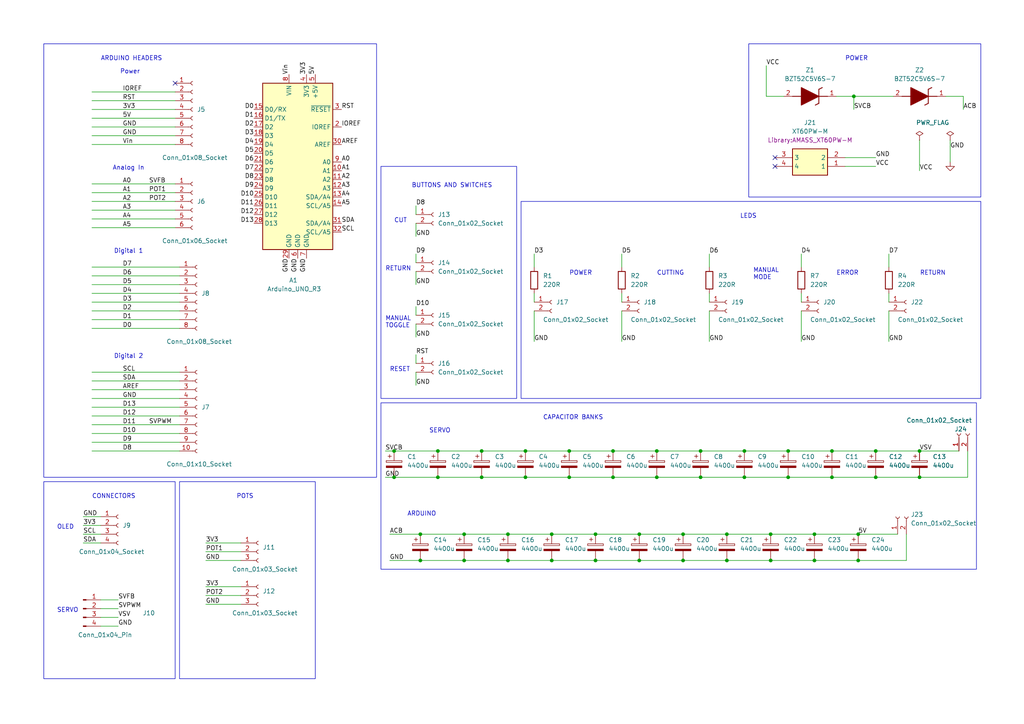
<source format=kicad_sch>
(kicad_sch (version 20230121) (generator eeschema)

  (uuid 1295a5e5-b3c1-419c-8249-931664092ef5)

  (paper "A4")

  (title_block
    (title "Hot Wire Cutter Actuator HAT")
    (date "2023-09-15")
    (rev "v0.0")
    (company "University of Cape Town")
    (comment 1 "Author: Cameron Wilson")
    (comment 2 "WLSCAM007")
  )

  (lib_symbols
    (symbol "Connector:Conn_01x02_Socket" (pin_names (offset 1.016) hide) (in_bom yes) (on_board yes)
      (property "Reference" "J" (at 0 2.54 0)
        (effects (font (size 1.27 1.27)))
      )
      (property "Value" "Conn_01x02_Socket" (at 0 -5.08 0)
        (effects (font (size 1.27 1.27)))
      )
      (property "Footprint" "" (at 0 0 0)
        (effects (font (size 1.27 1.27)) hide)
      )
      (property "Datasheet" "~" (at 0 0 0)
        (effects (font (size 1.27 1.27)) hide)
      )
      (property "ki_locked" "" (at 0 0 0)
        (effects (font (size 1.27 1.27)))
      )
      (property "ki_keywords" "connector" (at 0 0 0)
        (effects (font (size 1.27 1.27)) hide)
      )
      (property "ki_description" "Generic connector, single row, 01x02, script generated" (at 0 0 0)
        (effects (font (size 1.27 1.27)) hide)
      )
      (property "ki_fp_filters" "Connector*:*_1x??_*" (at 0 0 0)
        (effects (font (size 1.27 1.27)) hide)
      )
      (symbol "Conn_01x02_Socket_1_1"
        (arc (start 0 -2.032) (mid -0.5058 -2.54) (end 0 -3.048)
          (stroke (width 0.1524) (type default))
          (fill (type none))
        )
        (polyline
          (pts
            (xy -1.27 -2.54)
            (xy -0.508 -2.54)
          )
          (stroke (width 0.1524) (type default))
          (fill (type none))
        )
        (polyline
          (pts
            (xy -1.27 0)
            (xy -0.508 0)
          )
          (stroke (width 0.1524) (type default))
          (fill (type none))
        )
        (arc (start 0 0.508) (mid -0.5058 0) (end 0 -0.508)
          (stroke (width 0.1524) (type default))
          (fill (type none))
        )
        (pin passive line (at -5.08 0 0) (length 3.81)
          (name "Pin_1" (effects (font (size 1.27 1.27))))
          (number "1" (effects (font (size 1.27 1.27))))
        )
        (pin passive line (at -5.08 -2.54 0) (length 3.81)
          (name "Pin_2" (effects (font (size 1.27 1.27))))
          (number "2" (effects (font (size 1.27 1.27))))
        )
      )
    )
    (symbol "Connector:Conn_01x03_Socket" (pin_names (offset 1.016) hide) (in_bom yes) (on_board yes)
      (property "Reference" "J" (at 0 5.08 0)
        (effects (font (size 1.27 1.27)))
      )
      (property "Value" "Conn_01x03_Socket" (at 0 -5.08 0)
        (effects (font (size 1.27 1.27)))
      )
      (property "Footprint" "" (at 0 0 0)
        (effects (font (size 1.27 1.27)) hide)
      )
      (property "Datasheet" "~" (at 0 0 0)
        (effects (font (size 1.27 1.27)) hide)
      )
      (property "ki_locked" "" (at 0 0 0)
        (effects (font (size 1.27 1.27)))
      )
      (property "ki_keywords" "connector" (at 0 0 0)
        (effects (font (size 1.27 1.27)) hide)
      )
      (property "ki_description" "Generic connector, single row, 01x03, script generated" (at 0 0 0)
        (effects (font (size 1.27 1.27)) hide)
      )
      (property "ki_fp_filters" "Connector*:*_1x??_*" (at 0 0 0)
        (effects (font (size 1.27 1.27)) hide)
      )
      (symbol "Conn_01x03_Socket_1_1"
        (arc (start 0 -2.032) (mid -0.5058 -2.54) (end 0 -3.048)
          (stroke (width 0.1524) (type default))
          (fill (type none))
        )
        (polyline
          (pts
            (xy -1.27 -2.54)
            (xy -0.508 -2.54)
          )
          (stroke (width 0.1524) (type default))
          (fill (type none))
        )
        (polyline
          (pts
            (xy -1.27 0)
            (xy -0.508 0)
          )
          (stroke (width 0.1524) (type default))
          (fill (type none))
        )
        (polyline
          (pts
            (xy -1.27 2.54)
            (xy -0.508 2.54)
          )
          (stroke (width 0.1524) (type default))
          (fill (type none))
        )
        (arc (start 0 0.508) (mid -0.5058 0) (end 0 -0.508)
          (stroke (width 0.1524) (type default))
          (fill (type none))
        )
        (arc (start 0 3.048) (mid -0.5058 2.54) (end 0 2.032)
          (stroke (width 0.1524) (type default))
          (fill (type none))
        )
        (pin passive line (at -5.08 2.54 0) (length 3.81)
          (name "Pin_1" (effects (font (size 1.27 1.27))))
          (number "1" (effects (font (size 1.27 1.27))))
        )
        (pin passive line (at -5.08 0 0) (length 3.81)
          (name "Pin_2" (effects (font (size 1.27 1.27))))
          (number "2" (effects (font (size 1.27 1.27))))
        )
        (pin passive line (at -5.08 -2.54 0) (length 3.81)
          (name "Pin_3" (effects (font (size 1.27 1.27))))
          (number "3" (effects (font (size 1.27 1.27))))
        )
      )
    )
    (symbol "Connector:Conn_01x04_Pin" (pin_names (offset 1.016) hide) (in_bom yes) (on_board yes)
      (property "Reference" "J" (at 0 5.08 0)
        (effects (font (size 1.27 1.27)))
      )
      (property "Value" "Conn_01x04_Pin" (at 0 -7.62 0)
        (effects (font (size 1.27 1.27)))
      )
      (property "Footprint" "" (at 0 0 0)
        (effects (font (size 1.27 1.27)) hide)
      )
      (property "Datasheet" "~" (at 0 0 0)
        (effects (font (size 1.27 1.27)) hide)
      )
      (property "ki_locked" "" (at 0 0 0)
        (effects (font (size 1.27 1.27)))
      )
      (property "ki_keywords" "connector" (at 0 0 0)
        (effects (font (size 1.27 1.27)) hide)
      )
      (property "ki_description" "Generic connector, single row, 01x04, script generated" (at 0 0 0)
        (effects (font (size 1.27 1.27)) hide)
      )
      (property "ki_fp_filters" "Connector*:*_1x??_*" (at 0 0 0)
        (effects (font (size 1.27 1.27)) hide)
      )
      (symbol "Conn_01x04_Pin_1_1"
        (polyline
          (pts
            (xy 1.27 -5.08)
            (xy 0.8636 -5.08)
          )
          (stroke (width 0.1524) (type default))
          (fill (type none))
        )
        (polyline
          (pts
            (xy 1.27 -2.54)
            (xy 0.8636 -2.54)
          )
          (stroke (width 0.1524) (type default))
          (fill (type none))
        )
        (polyline
          (pts
            (xy 1.27 0)
            (xy 0.8636 0)
          )
          (stroke (width 0.1524) (type default))
          (fill (type none))
        )
        (polyline
          (pts
            (xy 1.27 2.54)
            (xy 0.8636 2.54)
          )
          (stroke (width 0.1524) (type default))
          (fill (type none))
        )
        (rectangle (start 0.8636 -4.953) (end 0 -5.207)
          (stroke (width 0.1524) (type default))
          (fill (type outline))
        )
        (rectangle (start 0.8636 -2.413) (end 0 -2.667)
          (stroke (width 0.1524) (type default))
          (fill (type outline))
        )
        (rectangle (start 0.8636 0.127) (end 0 -0.127)
          (stroke (width 0.1524) (type default))
          (fill (type outline))
        )
        (rectangle (start 0.8636 2.667) (end 0 2.413)
          (stroke (width 0.1524) (type default))
          (fill (type outline))
        )
        (pin passive line (at 5.08 2.54 180) (length 3.81)
          (name "Pin_1" (effects (font (size 1.27 1.27))))
          (number "1" (effects (font (size 1.27 1.27))))
        )
        (pin passive line (at 5.08 0 180) (length 3.81)
          (name "Pin_2" (effects (font (size 1.27 1.27))))
          (number "2" (effects (font (size 1.27 1.27))))
        )
        (pin passive line (at 5.08 -2.54 180) (length 3.81)
          (name "Pin_3" (effects (font (size 1.27 1.27))))
          (number "3" (effects (font (size 1.27 1.27))))
        )
        (pin passive line (at 5.08 -5.08 180) (length 3.81)
          (name "Pin_4" (effects (font (size 1.27 1.27))))
          (number "4" (effects (font (size 1.27 1.27))))
        )
      )
    )
    (symbol "Connector:Conn_01x04_Socket" (pin_names (offset 1.016) hide) (in_bom yes) (on_board yes)
      (property "Reference" "J" (at 0 5.08 0)
        (effects (font (size 1.27 1.27)))
      )
      (property "Value" "Conn_01x04_Socket" (at 0 -7.62 0)
        (effects (font (size 1.27 1.27)))
      )
      (property "Footprint" "" (at 0 0 0)
        (effects (font (size 1.27 1.27)) hide)
      )
      (property "Datasheet" "~" (at 0 0 0)
        (effects (font (size 1.27 1.27)) hide)
      )
      (property "ki_locked" "" (at 0 0 0)
        (effects (font (size 1.27 1.27)))
      )
      (property "ki_keywords" "connector" (at 0 0 0)
        (effects (font (size 1.27 1.27)) hide)
      )
      (property "ki_description" "Generic connector, single row, 01x04, script generated" (at 0 0 0)
        (effects (font (size 1.27 1.27)) hide)
      )
      (property "ki_fp_filters" "Connector*:*_1x??_*" (at 0 0 0)
        (effects (font (size 1.27 1.27)) hide)
      )
      (symbol "Conn_01x04_Socket_1_1"
        (arc (start 0 -4.572) (mid -0.5058 -5.08) (end 0 -5.588)
          (stroke (width 0.1524) (type default))
          (fill (type none))
        )
        (arc (start 0 -2.032) (mid -0.5058 -2.54) (end 0 -3.048)
          (stroke (width 0.1524) (type default))
          (fill (type none))
        )
        (polyline
          (pts
            (xy -1.27 -5.08)
            (xy -0.508 -5.08)
          )
          (stroke (width 0.1524) (type default))
          (fill (type none))
        )
        (polyline
          (pts
            (xy -1.27 -2.54)
            (xy -0.508 -2.54)
          )
          (stroke (width 0.1524) (type default))
          (fill (type none))
        )
        (polyline
          (pts
            (xy -1.27 0)
            (xy -0.508 0)
          )
          (stroke (width 0.1524) (type default))
          (fill (type none))
        )
        (polyline
          (pts
            (xy -1.27 2.54)
            (xy -0.508 2.54)
          )
          (stroke (width 0.1524) (type default))
          (fill (type none))
        )
        (arc (start 0 0.508) (mid -0.5058 0) (end 0 -0.508)
          (stroke (width 0.1524) (type default))
          (fill (type none))
        )
        (arc (start 0 3.048) (mid -0.5058 2.54) (end 0 2.032)
          (stroke (width 0.1524) (type default))
          (fill (type none))
        )
        (pin passive line (at -5.08 2.54 0) (length 3.81)
          (name "Pin_1" (effects (font (size 1.27 1.27))))
          (number "1" (effects (font (size 1.27 1.27))))
        )
        (pin passive line (at -5.08 0 0) (length 3.81)
          (name "Pin_2" (effects (font (size 1.27 1.27))))
          (number "2" (effects (font (size 1.27 1.27))))
        )
        (pin passive line (at -5.08 -2.54 0) (length 3.81)
          (name "Pin_3" (effects (font (size 1.27 1.27))))
          (number "3" (effects (font (size 1.27 1.27))))
        )
        (pin passive line (at -5.08 -5.08 0) (length 3.81)
          (name "Pin_4" (effects (font (size 1.27 1.27))))
          (number "4" (effects (font (size 1.27 1.27))))
        )
      )
    )
    (symbol "Connector:Conn_01x06_Socket" (pin_names (offset 1.016) hide) (in_bom yes) (on_board yes)
      (property "Reference" "J" (at 0 7.62 0)
        (effects (font (size 1.27 1.27)))
      )
      (property "Value" "Conn_01x06_Socket" (at 0 -10.16 0)
        (effects (font (size 1.27 1.27)))
      )
      (property "Footprint" "" (at 0 0 0)
        (effects (font (size 1.27 1.27)) hide)
      )
      (property "Datasheet" "~" (at 0 0 0)
        (effects (font (size 1.27 1.27)) hide)
      )
      (property "ki_locked" "" (at 0 0 0)
        (effects (font (size 1.27 1.27)))
      )
      (property "ki_keywords" "connector" (at 0 0 0)
        (effects (font (size 1.27 1.27)) hide)
      )
      (property "ki_description" "Generic connector, single row, 01x06, script generated" (at 0 0 0)
        (effects (font (size 1.27 1.27)) hide)
      )
      (property "ki_fp_filters" "Connector*:*_1x??_*" (at 0 0 0)
        (effects (font (size 1.27 1.27)) hide)
      )
      (symbol "Conn_01x06_Socket_1_1"
        (arc (start 0 -7.112) (mid -0.5058 -7.62) (end 0 -8.128)
          (stroke (width 0.1524) (type default))
          (fill (type none))
        )
        (arc (start 0 -4.572) (mid -0.5058 -5.08) (end 0 -5.588)
          (stroke (width 0.1524) (type default))
          (fill (type none))
        )
        (arc (start 0 -2.032) (mid -0.5058 -2.54) (end 0 -3.048)
          (stroke (width 0.1524) (type default))
          (fill (type none))
        )
        (polyline
          (pts
            (xy -1.27 -7.62)
            (xy -0.508 -7.62)
          )
          (stroke (width 0.1524) (type default))
          (fill (type none))
        )
        (polyline
          (pts
            (xy -1.27 -5.08)
            (xy -0.508 -5.08)
          )
          (stroke (width 0.1524) (type default))
          (fill (type none))
        )
        (polyline
          (pts
            (xy -1.27 -2.54)
            (xy -0.508 -2.54)
          )
          (stroke (width 0.1524) (type default))
          (fill (type none))
        )
        (polyline
          (pts
            (xy -1.27 0)
            (xy -0.508 0)
          )
          (stroke (width 0.1524) (type default))
          (fill (type none))
        )
        (polyline
          (pts
            (xy -1.27 2.54)
            (xy -0.508 2.54)
          )
          (stroke (width 0.1524) (type default))
          (fill (type none))
        )
        (polyline
          (pts
            (xy -1.27 5.08)
            (xy -0.508 5.08)
          )
          (stroke (width 0.1524) (type default))
          (fill (type none))
        )
        (arc (start 0 0.508) (mid -0.5058 0) (end 0 -0.508)
          (stroke (width 0.1524) (type default))
          (fill (type none))
        )
        (arc (start 0 3.048) (mid -0.5058 2.54) (end 0 2.032)
          (stroke (width 0.1524) (type default))
          (fill (type none))
        )
        (arc (start 0 5.588) (mid -0.5058 5.08) (end 0 4.572)
          (stroke (width 0.1524) (type default))
          (fill (type none))
        )
        (pin passive line (at -5.08 5.08 0) (length 3.81)
          (name "Pin_1" (effects (font (size 1.27 1.27))))
          (number "1" (effects (font (size 1.27 1.27))))
        )
        (pin passive line (at -5.08 2.54 0) (length 3.81)
          (name "Pin_2" (effects (font (size 1.27 1.27))))
          (number "2" (effects (font (size 1.27 1.27))))
        )
        (pin passive line (at -5.08 0 0) (length 3.81)
          (name "Pin_3" (effects (font (size 1.27 1.27))))
          (number "3" (effects (font (size 1.27 1.27))))
        )
        (pin passive line (at -5.08 -2.54 0) (length 3.81)
          (name "Pin_4" (effects (font (size 1.27 1.27))))
          (number "4" (effects (font (size 1.27 1.27))))
        )
        (pin passive line (at -5.08 -5.08 0) (length 3.81)
          (name "Pin_5" (effects (font (size 1.27 1.27))))
          (number "5" (effects (font (size 1.27 1.27))))
        )
        (pin passive line (at -5.08 -7.62 0) (length 3.81)
          (name "Pin_6" (effects (font (size 1.27 1.27))))
          (number "6" (effects (font (size 1.27 1.27))))
        )
      )
    )
    (symbol "Connector:Conn_01x08_Socket" (pin_names (offset 1.016) hide) (in_bom yes) (on_board yes)
      (property "Reference" "J" (at 0 10.16 0)
        (effects (font (size 1.27 1.27)))
      )
      (property "Value" "Conn_01x08_Socket" (at 0 -12.7 0)
        (effects (font (size 1.27 1.27)))
      )
      (property "Footprint" "" (at 0 0 0)
        (effects (font (size 1.27 1.27)) hide)
      )
      (property "Datasheet" "~" (at 0 0 0)
        (effects (font (size 1.27 1.27)) hide)
      )
      (property "ki_locked" "" (at 0 0 0)
        (effects (font (size 1.27 1.27)))
      )
      (property "ki_keywords" "connector" (at 0 0 0)
        (effects (font (size 1.27 1.27)) hide)
      )
      (property "ki_description" "Generic connector, single row, 01x08, script generated" (at 0 0 0)
        (effects (font (size 1.27 1.27)) hide)
      )
      (property "ki_fp_filters" "Connector*:*_1x??_*" (at 0 0 0)
        (effects (font (size 1.27 1.27)) hide)
      )
      (symbol "Conn_01x08_Socket_1_1"
        (arc (start 0 -9.652) (mid -0.5058 -10.16) (end 0 -10.668)
          (stroke (width 0.1524) (type default))
          (fill (type none))
        )
        (arc (start 0 -7.112) (mid -0.5058 -7.62) (end 0 -8.128)
          (stroke (width 0.1524) (type default))
          (fill (type none))
        )
        (arc (start 0 -4.572) (mid -0.5058 -5.08) (end 0 -5.588)
          (stroke (width 0.1524) (type default))
          (fill (type none))
        )
        (arc (start 0 -2.032) (mid -0.5058 -2.54) (end 0 -3.048)
          (stroke (width 0.1524) (type default))
          (fill (type none))
        )
        (polyline
          (pts
            (xy -1.27 -10.16)
            (xy -0.508 -10.16)
          )
          (stroke (width 0.1524) (type default))
          (fill (type none))
        )
        (polyline
          (pts
            (xy -1.27 -7.62)
            (xy -0.508 -7.62)
          )
          (stroke (width 0.1524) (type default))
          (fill (type none))
        )
        (polyline
          (pts
            (xy -1.27 -5.08)
            (xy -0.508 -5.08)
          )
          (stroke (width 0.1524) (type default))
          (fill (type none))
        )
        (polyline
          (pts
            (xy -1.27 -2.54)
            (xy -0.508 -2.54)
          )
          (stroke (width 0.1524) (type default))
          (fill (type none))
        )
        (polyline
          (pts
            (xy -1.27 0)
            (xy -0.508 0)
          )
          (stroke (width 0.1524) (type default))
          (fill (type none))
        )
        (polyline
          (pts
            (xy -1.27 2.54)
            (xy -0.508 2.54)
          )
          (stroke (width 0.1524) (type default))
          (fill (type none))
        )
        (polyline
          (pts
            (xy -1.27 5.08)
            (xy -0.508 5.08)
          )
          (stroke (width 0.1524) (type default))
          (fill (type none))
        )
        (polyline
          (pts
            (xy -1.27 7.62)
            (xy -0.508 7.62)
          )
          (stroke (width 0.1524) (type default))
          (fill (type none))
        )
        (arc (start 0 0.508) (mid -0.5058 0) (end 0 -0.508)
          (stroke (width 0.1524) (type default))
          (fill (type none))
        )
        (arc (start 0 3.048) (mid -0.5058 2.54) (end 0 2.032)
          (stroke (width 0.1524) (type default))
          (fill (type none))
        )
        (arc (start 0 5.588) (mid -0.5058 5.08) (end 0 4.572)
          (stroke (width 0.1524) (type default))
          (fill (type none))
        )
        (arc (start 0 8.128) (mid -0.5058 7.62) (end 0 7.112)
          (stroke (width 0.1524) (type default))
          (fill (type none))
        )
        (pin passive line (at -5.08 7.62 0) (length 3.81)
          (name "Pin_1" (effects (font (size 1.27 1.27))))
          (number "1" (effects (font (size 1.27 1.27))))
        )
        (pin passive line (at -5.08 5.08 0) (length 3.81)
          (name "Pin_2" (effects (font (size 1.27 1.27))))
          (number "2" (effects (font (size 1.27 1.27))))
        )
        (pin passive line (at -5.08 2.54 0) (length 3.81)
          (name "Pin_3" (effects (font (size 1.27 1.27))))
          (number "3" (effects (font (size 1.27 1.27))))
        )
        (pin passive line (at -5.08 0 0) (length 3.81)
          (name "Pin_4" (effects (font (size 1.27 1.27))))
          (number "4" (effects (font (size 1.27 1.27))))
        )
        (pin passive line (at -5.08 -2.54 0) (length 3.81)
          (name "Pin_5" (effects (font (size 1.27 1.27))))
          (number "5" (effects (font (size 1.27 1.27))))
        )
        (pin passive line (at -5.08 -5.08 0) (length 3.81)
          (name "Pin_6" (effects (font (size 1.27 1.27))))
          (number "6" (effects (font (size 1.27 1.27))))
        )
        (pin passive line (at -5.08 -7.62 0) (length 3.81)
          (name "Pin_7" (effects (font (size 1.27 1.27))))
          (number "7" (effects (font (size 1.27 1.27))))
        )
        (pin passive line (at -5.08 -10.16 0) (length 3.81)
          (name "Pin_8" (effects (font (size 1.27 1.27))))
          (number "8" (effects (font (size 1.27 1.27))))
        )
      )
    )
    (symbol "Connector:Conn_01x10_Socket" (pin_names (offset 1.016) hide) (in_bom yes) (on_board yes)
      (property "Reference" "J" (at 0 12.7 0)
        (effects (font (size 1.27 1.27)))
      )
      (property "Value" "Conn_01x10_Socket" (at 0 -15.24 0)
        (effects (font (size 1.27 1.27)))
      )
      (property "Footprint" "" (at 0 0 0)
        (effects (font (size 1.27 1.27)) hide)
      )
      (property "Datasheet" "~" (at 0 0 0)
        (effects (font (size 1.27 1.27)) hide)
      )
      (property "ki_locked" "" (at 0 0 0)
        (effects (font (size 1.27 1.27)))
      )
      (property "ki_keywords" "connector" (at 0 0 0)
        (effects (font (size 1.27 1.27)) hide)
      )
      (property "ki_description" "Generic connector, single row, 01x10, script generated" (at 0 0 0)
        (effects (font (size 1.27 1.27)) hide)
      )
      (property "ki_fp_filters" "Connector*:*_1x??_*" (at 0 0 0)
        (effects (font (size 1.27 1.27)) hide)
      )
      (symbol "Conn_01x10_Socket_1_1"
        (arc (start 0 -12.192) (mid -0.5058 -12.7) (end 0 -13.208)
          (stroke (width 0.1524) (type default))
          (fill (type none))
        )
        (arc (start 0 -9.652) (mid -0.5058 -10.16) (end 0 -10.668)
          (stroke (width 0.1524) (type default))
          (fill (type none))
        )
        (arc (start 0 -7.112) (mid -0.5058 -7.62) (end 0 -8.128)
          (stroke (width 0.1524) (type default))
          (fill (type none))
        )
        (arc (start 0 -4.572) (mid -0.5058 -5.08) (end 0 -5.588)
          (stroke (width 0.1524) (type default))
          (fill (type none))
        )
        (arc (start 0 -2.032) (mid -0.5058 -2.54) (end 0 -3.048)
          (stroke (width 0.1524) (type default))
          (fill (type none))
        )
        (polyline
          (pts
            (xy -1.27 -12.7)
            (xy -0.508 -12.7)
          )
          (stroke (width 0.1524) (type default))
          (fill (type none))
        )
        (polyline
          (pts
            (xy -1.27 -10.16)
            (xy -0.508 -10.16)
          )
          (stroke (width 0.1524) (type default))
          (fill (type none))
        )
        (polyline
          (pts
            (xy -1.27 -7.62)
            (xy -0.508 -7.62)
          )
          (stroke (width 0.1524) (type default))
          (fill (type none))
        )
        (polyline
          (pts
            (xy -1.27 -5.08)
            (xy -0.508 -5.08)
          )
          (stroke (width 0.1524) (type default))
          (fill (type none))
        )
        (polyline
          (pts
            (xy -1.27 -2.54)
            (xy -0.508 -2.54)
          )
          (stroke (width 0.1524) (type default))
          (fill (type none))
        )
        (polyline
          (pts
            (xy -1.27 0)
            (xy -0.508 0)
          )
          (stroke (width 0.1524) (type default))
          (fill (type none))
        )
        (polyline
          (pts
            (xy -1.27 2.54)
            (xy -0.508 2.54)
          )
          (stroke (width 0.1524) (type default))
          (fill (type none))
        )
        (polyline
          (pts
            (xy -1.27 5.08)
            (xy -0.508 5.08)
          )
          (stroke (width 0.1524) (type default))
          (fill (type none))
        )
        (polyline
          (pts
            (xy -1.27 7.62)
            (xy -0.508 7.62)
          )
          (stroke (width 0.1524) (type default))
          (fill (type none))
        )
        (polyline
          (pts
            (xy -1.27 10.16)
            (xy -0.508 10.16)
          )
          (stroke (width 0.1524) (type default))
          (fill (type none))
        )
        (arc (start 0 0.508) (mid -0.5058 0) (end 0 -0.508)
          (stroke (width 0.1524) (type default))
          (fill (type none))
        )
        (arc (start 0 3.048) (mid -0.5058 2.54) (end 0 2.032)
          (stroke (width 0.1524) (type default))
          (fill (type none))
        )
        (arc (start 0 5.588) (mid -0.5058 5.08) (end 0 4.572)
          (stroke (width 0.1524) (type default))
          (fill (type none))
        )
        (arc (start 0 8.128) (mid -0.5058 7.62) (end 0 7.112)
          (stroke (width 0.1524) (type default))
          (fill (type none))
        )
        (arc (start 0 10.668) (mid -0.5058 10.16) (end 0 9.652)
          (stroke (width 0.1524) (type default))
          (fill (type none))
        )
        (pin passive line (at -5.08 10.16 0) (length 3.81)
          (name "Pin_1" (effects (font (size 1.27 1.27))))
          (number "1" (effects (font (size 1.27 1.27))))
        )
        (pin passive line (at -5.08 -12.7 0) (length 3.81)
          (name "Pin_10" (effects (font (size 1.27 1.27))))
          (number "10" (effects (font (size 1.27 1.27))))
        )
        (pin passive line (at -5.08 7.62 0) (length 3.81)
          (name "Pin_2" (effects (font (size 1.27 1.27))))
          (number "2" (effects (font (size 1.27 1.27))))
        )
        (pin passive line (at -5.08 5.08 0) (length 3.81)
          (name "Pin_3" (effects (font (size 1.27 1.27))))
          (number "3" (effects (font (size 1.27 1.27))))
        )
        (pin passive line (at -5.08 2.54 0) (length 3.81)
          (name "Pin_4" (effects (font (size 1.27 1.27))))
          (number "4" (effects (font (size 1.27 1.27))))
        )
        (pin passive line (at -5.08 0 0) (length 3.81)
          (name "Pin_5" (effects (font (size 1.27 1.27))))
          (number "5" (effects (font (size 1.27 1.27))))
        )
        (pin passive line (at -5.08 -2.54 0) (length 3.81)
          (name "Pin_6" (effects (font (size 1.27 1.27))))
          (number "6" (effects (font (size 1.27 1.27))))
        )
        (pin passive line (at -5.08 -5.08 0) (length 3.81)
          (name "Pin_7" (effects (font (size 1.27 1.27))))
          (number "7" (effects (font (size 1.27 1.27))))
        )
        (pin passive line (at -5.08 -7.62 0) (length 3.81)
          (name "Pin_8" (effects (font (size 1.27 1.27))))
          (number "8" (effects (font (size 1.27 1.27))))
        )
        (pin passive line (at -5.08 -10.16 0) (length 3.81)
          (name "Pin_9" (effects (font (size 1.27 1.27))))
          (number "9" (effects (font (size 1.27 1.27))))
        )
      )
    )
    (symbol "Device:C_Polarized" (pin_numbers hide) (pin_names (offset 0.254)) (in_bom yes) (on_board yes)
      (property "Reference" "C" (at 0.635 2.54 0)
        (effects (font (size 1.27 1.27)) (justify left))
      )
      (property "Value" "C_Polarized" (at 0.635 -2.54 0)
        (effects (font (size 1.27 1.27)) (justify left))
      )
      (property "Footprint" "" (at 0.9652 -3.81 0)
        (effects (font (size 1.27 1.27)) hide)
      )
      (property "Datasheet" "~" (at 0 0 0)
        (effects (font (size 1.27 1.27)) hide)
      )
      (property "ki_keywords" "cap capacitor" (at 0 0 0)
        (effects (font (size 1.27 1.27)) hide)
      )
      (property "ki_description" "Polarized capacitor" (at 0 0 0)
        (effects (font (size 1.27 1.27)) hide)
      )
      (property "ki_fp_filters" "CP_*" (at 0 0 0)
        (effects (font (size 1.27 1.27)) hide)
      )
      (symbol "C_Polarized_0_1"
        (rectangle (start -2.286 0.508) (end 2.286 1.016)
          (stroke (width 0) (type default))
          (fill (type none))
        )
        (polyline
          (pts
            (xy -1.778 2.286)
            (xy -0.762 2.286)
          )
          (stroke (width 0) (type default))
          (fill (type none))
        )
        (polyline
          (pts
            (xy -1.27 2.794)
            (xy -1.27 1.778)
          )
          (stroke (width 0) (type default))
          (fill (type none))
        )
        (rectangle (start 2.286 -0.508) (end -2.286 -1.016)
          (stroke (width 0) (type default))
          (fill (type outline))
        )
      )
      (symbol "C_Polarized_1_1"
        (pin passive line (at 0 3.81 270) (length 2.794)
          (name "~" (effects (font (size 1.27 1.27))))
          (number "1" (effects (font (size 1.27 1.27))))
        )
        (pin passive line (at 0 -3.81 90) (length 2.794)
          (name "~" (effects (font (size 1.27 1.27))))
          (number "2" (effects (font (size 1.27 1.27))))
        )
      )
    )
    (symbol "Device:R" (pin_numbers hide) (pin_names (offset 0)) (in_bom yes) (on_board yes)
      (property "Reference" "R" (at 2.032 0 90)
        (effects (font (size 1.27 1.27)))
      )
      (property "Value" "R" (at 0 0 90)
        (effects (font (size 1.27 1.27)))
      )
      (property "Footprint" "" (at -1.778 0 90)
        (effects (font (size 1.27 1.27)) hide)
      )
      (property "Datasheet" "~" (at 0 0 0)
        (effects (font (size 1.27 1.27)) hide)
      )
      (property "ki_keywords" "R res resistor" (at 0 0 0)
        (effects (font (size 1.27 1.27)) hide)
      )
      (property "ki_description" "Resistor" (at 0 0 0)
        (effects (font (size 1.27 1.27)) hide)
      )
      (property "ki_fp_filters" "R_*" (at 0 0 0)
        (effects (font (size 1.27 1.27)) hide)
      )
      (symbol "R_0_1"
        (rectangle (start -1.016 -2.54) (end 1.016 2.54)
          (stroke (width 0.254) (type default))
          (fill (type none))
        )
      )
      (symbol "R_1_1"
        (pin passive line (at 0 3.81 270) (length 1.27)
          (name "~" (effects (font (size 1.27 1.27))))
          (number "1" (effects (font (size 1.27 1.27))))
        )
        (pin passive line (at 0 -3.81 90) (length 1.27)
          (name "~" (effects (font (size 1.27 1.27))))
          (number "2" (effects (font (size 1.27 1.27))))
        )
      )
    )
    (symbol "MCU_Module:Arduino_UNO_R3" (in_bom yes) (on_board yes)
      (property "Reference" "A" (at -10.16 23.495 0)
        (effects (font (size 1.27 1.27)) (justify left bottom))
      )
      (property "Value" "Arduino_UNO_R3" (at 5.08 -26.67 0)
        (effects (font (size 1.27 1.27)) (justify left top))
      )
      (property "Footprint" "Module:Arduino_UNO_R3" (at 0 0 0)
        (effects (font (size 1.27 1.27) italic) hide)
      )
      (property "Datasheet" "https://www.arduino.cc/en/Main/arduinoBoardUno" (at 0 0 0)
        (effects (font (size 1.27 1.27)) hide)
      )
      (property "ki_keywords" "Arduino UNO R3 Microcontroller Module Atmel AVR USB" (at 0 0 0)
        (effects (font (size 1.27 1.27)) hide)
      )
      (property "ki_description" "Arduino UNO Microcontroller Module, release 3" (at 0 0 0)
        (effects (font (size 1.27 1.27)) hide)
      )
      (property "ki_fp_filters" "Arduino*UNO*R3*" (at 0 0 0)
        (effects (font (size 1.27 1.27)) hide)
      )
      (symbol "Arduino_UNO_R3_0_1"
        (rectangle (start -10.16 22.86) (end 10.16 -25.4)
          (stroke (width 0.254) (type default))
          (fill (type background))
        )
      )
      (symbol "Arduino_UNO_R3_1_1"
        (pin no_connect line (at -10.16 -20.32 0) (length 2.54) hide
          (name "NC" (effects (font (size 1.27 1.27))))
          (number "1" (effects (font (size 1.27 1.27))))
        )
        (pin bidirectional line (at 12.7 -2.54 180) (length 2.54)
          (name "A1" (effects (font (size 1.27 1.27))))
          (number "10" (effects (font (size 1.27 1.27))))
        )
        (pin bidirectional line (at 12.7 -5.08 180) (length 2.54)
          (name "A2" (effects (font (size 1.27 1.27))))
          (number "11" (effects (font (size 1.27 1.27))))
        )
        (pin bidirectional line (at 12.7 -7.62 180) (length 2.54)
          (name "A3" (effects (font (size 1.27 1.27))))
          (number "12" (effects (font (size 1.27 1.27))))
        )
        (pin bidirectional line (at 12.7 -10.16 180) (length 2.54)
          (name "SDA/A4" (effects (font (size 1.27 1.27))))
          (number "13" (effects (font (size 1.27 1.27))))
        )
        (pin bidirectional line (at 12.7 -12.7 180) (length 2.54)
          (name "SCL/A5" (effects (font (size 1.27 1.27))))
          (number "14" (effects (font (size 1.27 1.27))))
        )
        (pin bidirectional line (at -12.7 15.24 0) (length 2.54)
          (name "D0/RX" (effects (font (size 1.27 1.27))))
          (number "15" (effects (font (size 1.27 1.27))))
        )
        (pin bidirectional line (at -12.7 12.7 0) (length 2.54)
          (name "D1/TX" (effects (font (size 1.27 1.27))))
          (number "16" (effects (font (size 1.27 1.27))))
        )
        (pin bidirectional line (at -12.7 10.16 0) (length 2.54)
          (name "D2" (effects (font (size 1.27 1.27))))
          (number "17" (effects (font (size 1.27 1.27))))
        )
        (pin bidirectional line (at -12.7 7.62 0) (length 2.54)
          (name "D3" (effects (font (size 1.27 1.27))))
          (number "18" (effects (font (size 1.27 1.27))))
        )
        (pin bidirectional line (at -12.7 5.08 0) (length 2.54)
          (name "D4" (effects (font (size 1.27 1.27))))
          (number "19" (effects (font (size 1.27 1.27))))
        )
        (pin output line (at 12.7 10.16 180) (length 2.54)
          (name "IOREF" (effects (font (size 1.27 1.27))))
          (number "2" (effects (font (size 1.27 1.27))))
        )
        (pin bidirectional line (at -12.7 2.54 0) (length 2.54)
          (name "D5" (effects (font (size 1.27 1.27))))
          (number "20" (effects (font (size 1.27 1.27))))
        )
        (pin bidirectional line (at -12.7 0 0) (length 2.54)
          (name "D6" (effects (font (size 1.27 1.27))))
          (number "21" (effects (font (size 1.27 1.27))))
        )
        (pin bidirectional line (at -12.7 -2.54 0) (length 2.54)
          (name "D7" (effects (font (size 1.27 1.27))))
          (number "22" (effects (font (size 1.27 1.27))))
        )
        (pin bidirectional line (at -12.7 -5.08 0) (length 2.54)
          (name "D8" (effects (font (size 1.27 1.27))))
          (number "23" (effects (font (size 1.27 1.27))))
        )
        (pin bidirectional line (at -12.7 -7.62 0) (length 2.54)
          (name "D9" (effects (font (size 1.27 1.27))))
          (number "24" (effects (font (size 1.27 1.27))))
        )
        (pin bidirectional line (at -12.7 -10.16 0) (length 2.54)
          (name "D10" (effects (font (size 1.27 1.27))))
          (number "25" (effects (font (size 1.27 1.27))))
        )
        (pin bidirectional line (at -12.7 -12.7 0) (length 2.54)
          (name "D11" (effects (font (size 1.27 1.27))))
          (number "26" (effects (font (size 1.27 1.27))))
        )
        (pin bidirectional line (at -12.7 -15.24 0) (length 2.54)
          (name "D12" (effects (font (size 1.27 1.27))))
          (number "27" (effects (font (size 1.27 1.27))))
        )
        (pin bidirectional line (at -12.7 -17.78 0) (length 2.54)
          (name "D13" (effects (font (size 1.27 1.27))))
          (number "28" (effects (font (size 1.27 1.27))))
        )
        (pin power_in line (at -2.54 -27.94 90) (length 2.54)
          (name "GND" (effects (font (size 1.27 1.27))))
          (number "29" (effects (font (size 1.27 1.27))))
        )
        (pin input line (at 12.7 15.24 180) (length 2.54)
          (name "~{RESET}" (effects (font (size 1.27 1.27))))
          (number "3" (effects (font (size 1.27 1.27))))
        )
        (pin input line (at 12.7 5.08 180) (length 2.54)
          (name "AREF" (effects (font (size 1.27 1.27))))
          (number "30" (effects (font (size 1.27 1.27))))
        )
        (pin bidirectional line (at 12.7 -17.78 180) (length 2.54)
          (name "SDA/A4" (effects (font (size 1.27 1.27))))
          (number "31" (effects (font (size 1.27 1.27))))
        )
        (pin bidirectional line (at 12.7 -20.32 180) (length 2.54)
          (name "SCL/A5" (effects (font (size 1.27 1.27))))
          (number "32" (effects (font (size 1.27 1.27))))
        )
        (pin power_out line (at 2.54 25.4 270) (length 2.54)
          (name "3V3" (effects (font (size 1.27 1.27))))
          (number "4" (effects (font (size 1.27 1.27))))
        )
        (pin power_out line (at 5.08 25.4 270) (length 2.54)
          (name "+5V" (effects (font (size 1.27 1.27))))
          (number "5" (effects (font (size 1.27 1.27))))
        )
        (pin power_in line (at 0 -27.94 90) (length 2.54)
          (name "GND" (effects (font (size 1.27 1.27))))
          (number "6" (effects (font (size 1.27 1.27))))
        )
        (pin power_in line (at 2.54 -27.94 90) (length 2.54)
          (name "GND" (effects (font (size 1.27 1.27))))
          (number "7" (effects (font (size 1.27 1.27))))
        )
        (pin power_in line (at -2.54 25.4 270) (length 2.54)
          (name "VIN" (effects (font (size 1.27 1.27))))
          (number "8" (effects (font (size 1.27 1.27))))
        )
        (pin bidirectional line (at 12.7 0 180) (length 2.54)
          (name "A0" (effects (font (size 1.27 1.27))))
          (number "9" (effects (font (size 1.27 1.27))))
        )
      )
    )
    (symbol "New_Library:BZT52C5V6S-7" (pin_names hide) (in_bom yes) (on_board yes)
      (property "Reference" "Z" (at 10.16 8.89 0)
        (effects (font (size 1.27 1.27)) (justify left top))
      )
      (property "Value" "BZT52C5V6S-7" (at 10.16 6.35 0)
        (effects (font (size 1.27 1.27)) (justify left top))
      )
      (property "Footprint" "SOD2513X105N" (at 10.16 -93.65 0)
        (effects (font (size 1.27 1.27)) (justify left top) hide)
      )
      (property "Datasheet" "https://4donline.ihs.com/images/VipMasterIC/IC/DIOD/DIODS16134/DIODS16134-1.pdf?hkey=EF798316E3902B6ED9A73243A3159BB0" (at 10.16 -193.65 0)
        (effects (font (size 1.27 1.27)) (justify left top) hide)
      )
      (property "Height" "1.05" (at 10.16 -393.65 0)
        (effects (font (size 1.27 1.27)) (justify left top) hide)
      )
      (property "Manufacturer_Name" "Diodes Inc." (at 10.16 -493.65 0)
        (effects (font (size 1.27 1.27)) (justify left top) hide)
      )
      (property "Manufacturer_Part_Number" "BZT52C5V6S-7" (at 10.16 -593.65 0)
        (effects (font (size 1.27 1.27)) (justify left top) hide)
      )
      (property "Mouser Part Number" "621-BZT52C5V6S" (at 10.16 -693.65 0)
        (effects (font (size 1.27 1.27)) (justify left top) hide)
      )
      (property "Mouser Price/Stock" "https://www.mouser.co.uk/ProductDetail/Diodes-Incorporated/BZT52C5V6S-7?qs=SSucg2PyLi4hOlANIKRHXw%3D%3D" (at 10.16 -793.65 0)
        (effects (font (size 1.27 1.27)) (justify left top) hide)
      )
      (property "Arrow Part Number" "" (at 10.16 -893.65 0)
        (effects (font (size 1.27 1.27)) (justify left top) hide)
      )
      (property "Arrow Price/Stock" "" (at 10.16 -993.65 0)
        (effects (font (size 1.27 1.27)) (justify left top) hide)
      )
      (property "ki_description" "DIODE ZENER 5.6V 200MW SOD323" (at 0 0 0)
        (effects (font (size 1.27 1.27)) hide)
      )
      (symbol "BZT52C5V6S-7_1_1"
        (polyline
          (pts
            (xy 2.54 0)
            (xy 5.08 0)
          )
          (stroke (width 0.254) (type default))
          (fill (type none))
        )
        (polyline
          (pts
            (xy 4.064 -2.54)
            (xy 5.08 -2.032)
          )
          (stroke (width 0.254) (type default))
          (fill (type none))
        )
        (polyline
          (pts
            (xy 5.08 2.032)
            (xy 5.08 -2.032)
          )
          (stroke (width 0.254) (type default))
          (fill (type none))
        )
        (polyline
          (pts
            (xy 5.08 2.032)
            (xy 6.096 2.54)
          )
          (stroke (width 0.254) (type default))
          (fill (type none))
        )
        (polyline
          (pts
            (xy 12.7 0)
            (xy 10.16 0)
          )
          (stroke (width 0.254) (type default))
          (fill (type none))
        )
        (polyline
          (pts
            (xy 5.08 0)
            (xy 10.16 2.54)
            (xy 10.16 -2.54)
            (xy 5.08 0)
          )
          (stroke (width 0.254) (type default))
          (fill (type outline))
        )
        (pin passive line (at 0 0 0) (length 2.54)
          (name "K" (effects (font (size 1.27 1.27))))
          (number "1" (effects (font (size 1.27 1.27))))
        )
        (pin passive line (at 15.24 0 180) (length 2.54)
          (name "A" (effects (font (size 1.27 1.27))))
          (number "2" (effects (font (size 1.27 1.27))))
        )
      )
    )
    (symbol "New_Library:XT60PW-M" (in_bom yes) (on_board yes)
      (property "Reference" "J" (at 16.51 7.62 0)
        (effects (font (size 1.27 1.27)) (justify left top))
      )
      (property "Value" "XT60PW-M" (at 16.51 5.08 0)
        (effects (font (size 1.27 1.27)) (justify left top))
      )
      (property "Footprint" "XT60PWM" (at 16.51 -94.92 0)
        (effects (font (size 1.27 1.27)) (justify left top) hide)
      )
      (property "Datasheet" "https://www.tme.eu/Document/9b8d0c5eb7094295f3d3112c214d3ade/XT60PW%20SPEC.pdf" (at 16.51 -194.92 0)
        (effects (font (size 1.27 1.27)) (justify left top) hide)
      )
      (property "Height" "8.4" (at 16.51 -394.92 0)
        (effects (font (size 1.27 1.27)) (justify left top) hide)
      )
      (property "Manufacturer_Name" "Changzou Amass Elec" (at 16.51 -494.92 0)
        (effects (font (size 1.27 1.27)) (justify left top) hide)
      )
      (property "Manufacturer_Part_Number" "XT60PW-M" (at 16.51 -594.92 0)
        (effects (font (size 1.27 1.27)) (justify left top) hide)
      )
      (property "Mouser Part Number" "" (at 16.51 -694.92 0)
        (effects (font (size 1.27 1.27)) (justify left top) hide)
      )
      (property "Mouser Price/Stock" "" (at 16.51 -794.92 0)
        (effects (font (size 1.27 1.27)) (justify left top) hide)
      )
      (property "Arrow Part Number" "" (at 16.51 -894.92 0)
        (effects (font (size 1.27 1.27)) (justify left top) hide)
      )
      (property "Arrow Price/Stock" "" (at 16.51 -994.92 0)
        (effects (font (size 1.27 1.27)) (justify left top) hide)
      )
      (property "ki_description" "Socket; DC supply; XT60; male; PIN: 2; on PCBs; THT; Colour: yellow" (at 0 0 0)
        (effects (font (size 1.27 1.27)) hide)
      )
      (symbol "XT60PW-M_1_1"
        (rectangle (start 5.08 2.54) (end 15.24 -5.08)
          (stroke (width 0.254) (type default))
          (fill (type background))
        )
        (pin passive line (at 0 0 0) (length 5.08)
          (name "1" (effects (font (size 1.27 1.27))))
          (number "1" (effects (font (size 1.27 1.27))))
        )
        (pin passive line (at 0 -2.54 0) (length 5.08)
          (name "2" (effects (font (size 1.27 1.27))))
          (number "2" (effects (font (size 1.27 1.27))))
        )
        (pin passive line (at 20.32 -2.54 180) (length 5.08)
          (name "3" (effects (font (size 1.27 1.27))))
          (number "3" (effects (font (size 1.27 1.27))))
        )
        (pin passive line (at 20.32 0 180) (length 5.08)
          (name "4" (effects (font (size 1.27 1.27))))
          (number "4" (effects (font (size 1.27 1.27))))
        )
      )
    )
    (symbol "power:GND" (power) (pin_names (offset 0)) (in_bom yes) (on_board yes)
      (property "Reference" "#PWR" (at 0 -6.35 0)
        (effects (font (size 1.27 1.27)) hide)
      )
      (property "Value" "GND" (at 0 -3.81 0)
        (effects (font (size 1.27 1.27)))
      )
      (property "Footprint" "" (at 0 0 0)
        (effects (font (size 1.27 1.27)) hide)
      )
      (property "Datasheet" "" (at 0 0 0)
        (effects (font (size 1.27 1.27)) hide)
      )
      (property "ki_keywords" "global power" (at 0 0 0)
        (effects (font (size 1.27 1.27)) hide)
      )
      (property "ki_description" "Power symbol creates a global label with name \"GND\" , ground" (at 0 0 0)
        (effects (font (size 1.27 1.27)) hide)
      )
      (symbol "GND_0_1"
        (polyline
          (pts
            (xy 0 0)
            (xy 0 -1.27)
            (xy 1.27 -1.27)
            (xy 0 -2.54)
            (xy -1.27 -1.27)
            (xy 0 -1.27)
          )
          (stroke (width 0) (type default))
          (fill (type none))
        )
      )
      (symbol "GND_1_1"
        (pin power_in line (at 0 0 270) (length 0) hide
          (name "GND" (effects (font (size 1.27 1.27))))
          (number "1" (effects (font (size 1.27 1.27))))
        )
      )
    )
    (symbol "power:PWR_FLAG" (power) (pin_numbers hide) (pin_names (offset 0) hide) (in_bom yes) (on_board yes)
      (property "Reference" "#FLG" (at 0 1.905 0)
        (effects (font (size 1.27 1.27)) hide)
      )
      (property "Value" "PWR_FLAG" (at 0 3.81 0)
        (effects (font (size 1.27 1.27)))
      )
      (property "Footprint" "" (at 0 0 0)
        (effects (font (size 1.27 1.27)) hide)
      )
      (property "Datasheet" "~" (at 0 0 0)
        (effects (font (size 1.27 1.27)) hide)
      )
      (property "ki_keywords" "flag power" (at 0 0 0)
        (effects (font (size 1.27 1.27)) hide)
      )
      (property "ki_description" "Special symbol for telling ERC where power comes from" (at 0 0 0)
        (effects (font (size 1.27 1.27)) hide)
      )
      (symbol "PWR_FLAG_0_0"
        (pin power_out line (at 0 0 90) (length 0)
          (name "pwr" (effects (font (size 1.27 1.27))))
          (number "1" (effects (font (size 1.27 1.27))))
        )
      )
      (symbol "PWR_FLAG_0_1"
        (polyline
          (pts
            (xy 0 0)
            (xy 0 1.27)
            (xy -1.016 1.905)
            (xy 0 2.54)
            (xy 1.016 1.905)
            (xy 0 1.27)
          )
          (stroke (width 0) (type default))
          (fill (type none))
        )
      )
    )
  )

  (junction (at 203.2 130.81) (diameter 0) (color 0 0 0 0)
    (uuid 109cd256-dc04-4633-8aec-7ce25508b251)
  )
  (junction (at 228.6 138.43) (diameter 0) (color 0 0 0 0)
    (uuid 1a588394-8e05-44b3-98ea-d38af492da9b)
  )
  (junction (at 215.9 138.43) (diameter 0) (color 0 0 0 0)
    (uuid 251385c3-5a83-42bd-b2cf-792e387f8889)
  )
  (junction (at 134.62 162.56) (diameter 0) (color 0 0 0 0)
    (uuid 2565382e-9476-411c-b165-3969cdcbf6b0)
  )
  (junction (at 147.32 162.56) (diameter 0) (color 0 0 0 0)
    (uuid 27e72275-2d6b-4b52-86d6-28133376af14)
  )
  (junction (at 236.22 154.94) (diameter 0) (color 0 0 0 0)
    (uuid 299440e6-a1f4-417f-aadd-d5759b048863)
  )
  (junction (at 190.5 130.81) (diameter 0) (color 0 0 0 0)
    (uuid 36e14fac-506d-4311-9e58-f87a10577a99)
  )
  (junction (at 248.92 154.94) (diameter 0) (color 0 0 0 0)
    (uuid 373b1090-fced-4285-ba41-f9f5a0086b1c)
  )
  (junction (at 198.12 154.94) (diameter 0) (color 0 0 0 0)
    (uuid 38e4f652-2290-45ef-b360-bd5e7830f09c)
  )
  (junction (at 241.3 138.43) (diameter 0) (color 0 0 0 0)
    (uuid 40624410-384c-4a53-9c1b-4c84a713317b)
  )
  (junction (at 177.8 130.81) (diameter 0) (color 0 0 0 0)
    (uuid 40b4bff0-636a-4d78-90d0-d853253443e5)
  )
  (junction (at 152.4 138.43) (diameter 0) (color 0 0 0 0)
    (uuid 40cd74e6-9548-4995-ae21-d0912c35c8fa)
  )
  (junction (at 254 138.43) (diameter 0) (color 0 0 0 0)
    (uuid 40dbc35a-2f69-4dc5-b049-eae34e51673b)
  )
  (junction (at 223.52 162.56) (diameter 0) (color 0 0 0 0)
    (uuid 49414759-e91b-46fb-a8f2-41e20a6f565d)
  )
  (junction (at 247.65 27.94) (diameter 0) (color 0 0 0 0)
    (uuid 4979b472-a3e7-43fb-a9ce-a000719521cc)
  )
  (junction (at 228.6 130.81) (diameter 0) (color 0 0 0 0)
    (uuid 49ee8248-a9ba-4147-b682-71e8fddf08bd)
  )
  (junction (at 134.62 154.94) (diameter 0) (color 0 0 0 0)
    (uuid 4a21a734-b8ac-4e70-9c07-1dd31e8052aa)
  )
  (junction (at 266.7 138.43) (diameter 0) (color 0 0 0 0)
    (uuid 4a6842ac-0360-49ca-894d-2a1e3df50113)
  )
  (junction (at 215.9 130.81) (diameter 0) (color 0 0 0 0)
    (uuid 4e5c1666-d562-44bb-bef2-19f8b6f99e16)
  )
  (junction (at 114.3 138.43) (diameter 0) (color 0 0 0 0)
    (uuid 4f1803f6-416f-4c13-8aec-4a0f372d3835)
  )
  (junction (at 254 130.81) (diameter 0) (color 0 0 0 0)
    (uuid 52ad1be4-8694-4d8a-9686-de615eb2c46d)
  )
  (junction (at 266.7 130.81) (diameter 0) (color 0 0 0 0)
    (uuid 55b2e0c4-d962-4726-b4ba-d15454be83f9)
  )
  (junction (at 172.72 162.56) (diameter 0) (color 0 0 0 0)
    (uuid 5a1bf45f-5136-40e2-9cbe-6bdc2bd314a2)
  )
  (junction (at 203.2 138.43) (diameter 0) (color 0 0 0 0)
    (uuid 5ec51322-6aa1-4d36-a122-e193f0eb8f2f)
  )
  (junction (at 165.1 138.43) (diameter 0) (color 0 0 0 0)
    (uuid 608754d5-22af-4494-9ce6-2c1310e9da35)
  )
  (junction (at 165.1 130.81) (diameter 0) (color 0 0 0 0)
    (uuid 6a790800-a19b-4a97-ab3b-31483304e005)
  )
  (junction (at 177.8 138.43) (diameter 0) (color 0 0 0 0)
    (uuid 6ecbc28d-74d7-4bcd-b83b-49483867bf56)
  )
  (junction (at 172.72 154.94) (diameter 0) (color 0 0 0 0)
    (uuid 712033a0-ba7a-487f-bd21-88d69dc4c3a4)
  )
  (junction (at 121.92 162.56) (diameter 0) (color 0 0 0 0)
    (uuid 790b4bc8-48d7-4571-b533-2713306e09f5)
  )
  (junction (at 121.92 154.94) (diameter 0) (color 0 0 0 0)
    (uuid 7d95388e-69e1-4cc4-a4dc-2aea970bcd15)
  )
  (junction (at 223.52 154.94) (diameter 0) (color 0 0 0 0)
    (uuid 7f0008b9-c09c-4326-b2c3-824acc50996b)
  )
  (junction (at 152.4 130.81) (diameter 0) (color 0 0 0 0)
    (uuid 8738c3b8-c133-4f81-91f1-9312b27335ad)
  )
  (junction (at 160.02 154.94) (diameter 0) (color 0 0 0 0)
    (uuid 8d821899-a373-48f7-9fa6-46bfe0091dc4)
  )
  (junction (at 185.42 162.56) (diameter 0) (color 0 0 0 0)
    (uuid 97e01b48-1a55-49c3-b42a-3304c195ab92)
  )
  (junction (at 210.82 154.94) (diameter 0) (color 0 0 0 0)
    (uuid 9834d6ce-4fdb-4fef-98f7-269aaa4a7e18)
  )
  (junction (at 114.3 130.81) (diameter 0) (color 0 0 0 0)
    (uuid 994d78b1-35f1-4f62-8daf-40eab074fe66)
  )
  (junction (at 185.42 154.94) (diameter 0) (color 0 0 0 0)
    (uuid 9ff7a34d-0120-4e13-b36d-9100483d2031)
  )
  (junction (at 241.3 130.81) (diameter 0) (color 0 0 0 0)
    (uuid a81ae215-8d3f-4cf6-b2a9-9e50cfdd22d2)
  )
  (junction (at 248.92 162.56) (diameter 0) (color 0 0 0 0)
    (uuid afe0c22e-087c-4c81-b444-a6021092bb4b)
  )
  (junction (at 198.12 162.56) (diameter 0) (color 0 0 0 0)
    (uuid b76b34ef-49c8-470c-8a7f-d46d7e7d15a4)
  )
  (junction (at 127 138.43) (diameter 0) (color 0 0 0 0)
    (uuid c844af92-2f82-4030-bd00-e3871f250fae)
  )
  (junction (at 127 130.81) (diameter 0) (color 0 0 0 0)
    (uuid cc034495-d100-4004-98a7-8ef533628534)
  )
  (junction (at 236.22 162.56) (diameter 0) (color 0 0 0 0)
    (uuid cdd9ecb8-1d64-41c7-91ba-3dd3b082bb5c)
  )
  (junction (at 139.7 138.43) (diameter 0) (color 0 0 0 0)
    (uuid ce2f36c1-f2c3-4bc1-8243-5b58f0d9a886)
  )
  (junction (at 190.5 138.43) (diameter 0) (color 0 0 0 0)
    (uuid d429ccba-74c1-4c12-b937-128b568ba19e)
  )
  (junction (at 210.82 162.56) (diameter 0) (color 0 0 0 0)
    (uuid dab557de-db52-4116-9332-88d25f4170ef)
  )
  (junction (at 160.02 162.56) (diameter 0) (color 0 0 0 0)
    (uuid df097a87-86bd-4f6e-b031-fd80dcc944e2)
  )
  (junction (at 147.32 154.94) (diameter 0) (color 0 0 0 0)
    (uuid e36f09c3-1755-4df4-935e-8c5aeaf9f9e1)
  )
  (junction (at 139.7 130.81) (diameter 0) (color 0 0 0 0)
    (uuid f2c9c022-1491-48b9-abc8-c4ee2f9d31a2)
  )

  (no_connect (at 224.79 45.72) (uuid 60c7ce43-f336-4f0f-8a39-5e8d81d1a49f))
  (no_connect (at 50.8 24.13) (uuid 6390ce23-5451-41d8-85cd-3e956ee2bd11))
  (no_connect (at 224.79 48.26) (uuid c54a9100-dea7-4745-90bc-68a0d2484888))

  (wire (pts (xy 114.3 130.81) (xy 127 130.81))
    (stroke (width 0) (type default))
    (uuid 014af501-d9c0-4d46-a7f6-4d3b9d2acc00)
  )
  (wire (pts (xy 113.03 154.94) (xy 121.92 154.94))
    (stroke (width 0) (type default))
    (uuid 01f2d245-3278-4b0c-9030-8d3fd098b4d3)
  )
  (wire (pts (xy 198.12 154.94) (xy 210.82 154.94))
    (stroke (width 0) (type default))
    (uuid 01fa67a3-2274-4eee-8112-71e02fc41c76)
  )
  (wire (pts (xy 147.32 162.56) (xy 160.02 162.56))
    (stroke (width 0) (type default))
    (uuid 05d910cc-ee8f-4c2e-964d-26fd343ddb27)
  )
  (wire (pts (xy 26.67 82.55) (xy 52.07 82.55))
    (stroke (width 0) (type default))
    (uuid 08022c93-c421-4161-b0e7-b1ac58c2f0b6)
  )
  (wire (pts (xy 198.12 162.56) (xy 210.82 162.56))
    (stroke (width 0) (type default))
    (uuid 0a213b59-d57d-43f2-b5a5-3a797718dbc0)
  )
  (wire (pts (xy 59.69 170.18) (xy 69.85 170.18))
    (stroke (width 0) (type default))
    (uuid 13d9c38d-915f-440b-a2b2-ceb1e6572946)
  )
  (wire (pts (xy 59.69 160.02) (xy 69.85 160.02))
    (stroke (width 0) (type default))
    (uuid 1469957d-fa92-48d7-902c-37c44780ec0c)
  )
  (wire (pts (xy 26.67 26.67) (xy 50.8 26.67))
    (stroke (width 0) (type default))
    (uuid 17dfce27-ae9d-4ece-9021-5b7549600f23)
  )
  (wire (pts (xy 24.13 152.4) (xy 29.21 152.4))
    (stroke (width 0) (type default))
    (uuid 1ec030fd-7033-4418-80e6-8c16a3064f78)
  )
  (wire (pts (xy 257.81 90.17) (xy 257.81 99.06))
    (stroke (width 0) (type default))
    (uuid 21b46cf4-5a00-4e47-b603-894367e8ce63)
  )
  (wire (pts (xy 190.5 130.81) (xy 203.2 130.81))
    (stroke (width 0) (type default))
    (uuid 2203d2a6-516e-4c51-9c85-02da733a6bd9)
  )
  (wire (pts (xy 29.21 176.53) (xy 34.29 176.53))
    (stroke (width 0) (type default))
    (uuid 241f8b0b-192c-45c7-bb9c-32febb4d5d0d)
  )
  (wire (pts (xy 134.62 162.56) (xy 147.32 162.56))
    (stroke (width 0) (type default))
    (uuid 257e607b-61ff-4b7a-b8fe-eeecf0c8b90e)
  )
  (wire (pts (xy 26.67 130.81) (xy 52.07 130.81))
    (stroke (width 0) (type default))
    (uuid 25dcf02a-e8e5-4ced-aca8-1c0a6270f719)
  )
  (wire (pts (xy 120.65 78.74) (xy 120.65 82.55))
    (stroke (width 0) (type default))
    (uuid 279088a7-7265-4b93-b04c-8936ccbb5cfb)
  )
  (wire (pts (xy 59.69 172.72) (xy 69.85 172.72))
    (stroke (width 0) (type default))
    (uuid 27a0214b-8ecf-4207-9e72-455302e7687b)
  )
  (wire (pts (xy 275.59 40.64) (xy 275.59 46.99))
    (stroke (width 0) (type default))
    (uuid 27eb1f14-6822-4ec9-89c8-116de7fbb42c)
  )
  (wire (pts (xy 215.9 138.43) (xy 228.6 138.43))
    (stroke (width 0) (type default))
    (uuid 29156e3c-e648-4e59-82c1-5998f21375d7)
  )
  (wire (pts (xy 26.67 113.03) (xy 52.07 113.03))
    (stroke (width 0) (type default))
    (uuid 2ad77130-38b5-49a1-9b1b-1092b77a754e)
  )
  (wire (pts (xy 26.67 58.42) (xy 50.8 58.42))
    (stroke (width 0) (type default))
    (uuid 2cb04e70-6690-4345-82f8-c00c44cf4831)
  )
  (wire (pts (xy 248.92 154.94) (xy 260.35 154.94))
    (stroke (width 0) (type default))
    (uuid 2d9dcfeb-ee45-49b3-826d-50bfd5b3458d)
  )
  (wire (pts (xy 26.67 29.21) (xy 50.8 29.21))
    (stroke (width 0) (type default))
    (uuid 2dc19101-98dd-46f2-a7bb-51d551baa25a)
  )
  (wire (pts (xy 228.6 130.81) (xy 241.3 130.81))
    (stroke (width 0) (type default))
    (uuid 2fc29a14-6d77-4f56-b712-2659044d04b6)
  )
  (wire (pts (xy 29.21 179.07) (xy 34.29 179.07))
    (stroke (width 0) (type default))
    (uuid 352db292-70f0-40b4-bb16-1beb8ddc39ed)
  )
  (wire (pts (xy 185.42 162.56) (xy 198.12 162.56))
    (stroke (width 0) (type default))
    (uuid 36072eb2-b1be-4f0c-9520-5807c2a8e2cc)
  )
  (wire (pts (xy 147.32 154.94) (xy 160.02 154.94))
    (stroke (width 0) (type default))
    (uuid 36486e3d-439c-41f6-96a9-f5c23753ebce)
  )
  (wire (pts (xy 172.72 154.94) (xy 185.42 154.94))
    (stroke (width 0) (type default))
    (uuid 3a171991-c2af-410e-9c3d-ed0826ef8f3e)
  )
  (wire (pts (xy 190.5 138.43) (xy 203.2 138.43))
    (stroke (width 0) (type default))
    (uuid 3ccac86b-692b-40d0-891f-44c3a3bf23ab)
  )
  (wire (pts (xy 254 138.43) (xy 266.7 138.43))
    (stroke (width 0) (type default))
    (uuid 3ed72227-8ada-47bc-b526-de1c3604bee2)
  )
  (wire (pts (xy 180.34 73.66) (xy 180.34 77.47))
    (stroke (width 0) (type default))
    (uuid 4512c847-0826-421d-a9bc-f1d49e3569f9)
  )
  (wire (pts (xy 152.4 138.43) (xy 165.1 138.43))
    (stroke (width 0) (type default))
    (uuid 45d18219-4423-46af-ac3c-71c7339fc0fd)
  )
  (wire (pts (xy 266.7 40.64) (xy 266.7 49.53))
    (stroke (width 0) (type default))
    (uuid 467140a7-8964-414b-a01e-730e53440d51)
  )
  (wire (pts (xy 134.62 154.94) (xy 147.32 154.94))
    (stroke (width 0) (type default))
    (uuid 46d3ffc5-9d9e-40d5-ac48-54431858550b)
  )
  (wire (pts (xy 111.76 130.81) (xy 114.3 130.81))
    (stroke (width 0) (type default))
    (uuid 4828ce4e-dd0f-4d38-b5ca-9a57809cf7e0)
  )
  (wire (pts (xy 262.89 162.56) (xy 248.92 162.56))
    (stroke (width 0) (type default))
    (uuid 4a61f423-ec2e-4671-a001-44a651f5ffcb)
  )
  (wire (pts (xy 236.22 162.56) (xy 248.92 162.56))
    (stroke (width 0) (type default))
    (uuid 52bd835c-cc44-4406-85fc-1a490c3512fd)
  )
  (wire (pts (xy 185.42 154.94) (xy 198.12 154.94))
    (stroke (width 0) (type default))
    (uuid 55f11d4f-94e1-4766-be96-10dc8932c041)
  )
  (wire (pts (xy 165.1 130.81) (xy 177.8 130.81))
    (stroke (width 0) (type default))
    (uuid 563016b9-1de2-4b1e-8446-53a2df72d921)
  )
  (wire (pts (xy 26.67 115.57) (xy 52.07 115.57))
    (stroke (width 0) (type default))
    (uuid 59192f3a-f8b2-470c-9690-3c799484fa9e)
  )
  (wire (pts (xy 154.94 73.66) (xy 154.94 77.47))
    (stroke (width 0) (type default))
    (uuid 592b807f-4664-4aef-bebf-0793de2a80a1)
  )
  (wire (pts (xy 26.67 123.19) (xy 52.07 123.19))
    (stroke (width 0) (type default))
    (uuid 597fe48b-43eb-40f3-a3e8-126f5f7db368)
  )
  (wire (pts (xy 165.1 138.43) (xy 177.8 138.43))
    (stroke (width 0) (type default))
    (uuid 5d91c337-ee4e-44af-a04c-a76af686d2c1)
  )
  (wire (pts (xy 26.67 63.5) (xy 50.8 63.5))
    (stroke (width 0) (type default))
    (uuid 5f3fc4c3-012a-4f67-9f83-21a197a675e0)
  )
  (wire (pts (xy 215.9 130.81) (xy 228.6 130.81))
    (stroke (width 0) (type default))
    (uuid 5fed1bc1-1337-43ab-abae-420e2707de76)
  )
  (wire (pts (xy 26.67 125.73) (xy 52.07 125.73))
    (stroke (width 0) (type default))
    (uuid 633b5f57-2f78-4b15-a1f5-7d360a6461cc)
  )
  (wire (pts (xy 121.92 154.94) (xy 134.62 154.94))
    (stroke (width 0) (type default))
    (uuid 63a4f486-4405-40d1-babe-84453eabaa8d)
  )
  (wire (pts (xy 26.67 107.95) (xy 52.07 107.95))
    (stroke (width 0) (type default))
    (uuid 65037b7c-2b83-4d01-9f57-333775a4f8c3)
  )
  (wire (pts (xy 139.7 130.81) (xy 152.4 130.81))
    (stroke (width 0) (type default))
    (uuid 67e3d016-b6a0-4a8d-add2-a062b3cc7c1d)
  )
  (wire (pts (xy 241.3 138.43) (xy 254 138.43))
    (stroke (width 0) (type default))
    (uuid 69469716-aeb5-449b-8a7e-5659bc8238fb)
  )
  (wire (pts (xy 121.92 162.56) (xy 134.62 162.56))
    (stroke (width 0) (type default))
    (uuid 694f8839-28a2-4fe8-be4e-6d01eec50220)
  )
  (wire (pts (xy 26.67 31.75) (xy 50.8 31.75))
    (stroke (width 0) (type default))
    (uuid 6e96d817-8aef-4c8a-a36d-a39a8ed29cae)
  )
  (wire (pts (xy 236.22 154.94) (xy 248.92 154.94))
    (stroke (width 0) (type default))
    (uuid 736bc462-7ce6-4063-b1a5-bc2948a40fcb)
  )
  (wire (pts (xy 203.2 130.81) (xy 215.9 130.81))
    (stroke (width 0) (type default))
    (uuid 7553b601-791f-4377-a47f-06e6172c92fe)
  )
  (wire (pts (xy 257.81 85.09) (xy 257.81 87.63))
    (stroke (width 0) (type default))
    (uuid 78859927-dac9-4c8b-8506-5e3d2b6d68f0)
  )
  (wire (pts (xy 26.67 55.88) (xy 50.8 55.88))
    (stroke (width 0) (type default))
    (uuid 7ac52428-ac51-4d3a-bac2-c9c49d716bf9)
  )
  (wire (pts (xy 274.32 27.94) (xy 279.4 27.94))
    (stroke (width 0) (type default))
    (uuid 7d1db02a-0d14-47a2-ae12-9738872a52d4)
  )
  (wire (pts (xy 29.21 181.61) (xy 34.29 181.61))
    (stroke (width 0) (type default))
    (uuid 7f902ed5-2c7c-4f38-87e2-e521dc126bff)
  )
  (wire (pts (xy 203.2 138.43) (xy 215.9 138.43))
    (stroke (width 0) (type default))
    (uuid 7fa41156-de7a-4a62-8c74-085215126b84)
  )
  (wire (pts (xy 26.67 53.34) (xy 50.8 53.34))
    (stroke (width 0) (type default))
    (uuid 81732691-faf2-4c88-9ec0-916139c2bf52)
  )
  (wire (pts (xy 113.03 162.56) (xy 121.92 162.56))
    (stroke (width 0) (type default))
    (uuid 8283d00c-3597-4670-bed7-a7f6acacf11d)
  )
  (wire (pts (xy 152.4 130.81) (xy 165.1 130.81))
    (stroke (width 0) (type default))
    (uuid 885e6a2f-405c-4de0-b8f1-d94cce496372)
  )
  (wire (pts (xy 26.67 66.04) (xy 50.8 66.04))
    (stroke (width 0) (type default))
    (uuid 8e5b4d07-82c1-442f-9344-ab40310250c0)
  )
  (wire (pts (xy 205.74 73.66) (xy 205.74 77.47))
    (stroke (width 0) (type default))
    (uuid 8e7a5813-782a-47ac-994f-0a2aca698c60)
  )
  (wire (pts (xy 254 130.81) (xy 266.7 130.81))
    (stroke (width 0) (type default))
    (uuid 8f2de528-ee8d-4197-8d2b-980f6cc17709)
  )
  (wire (pts (xy 26.67 128.27) (xy 52.07 128.27))
    (stroke (width 0) (type default))
    (uuid 8fc4175e-fbe2-4deb-a7f5-09178a92415b)
  )
  (wire (pts (xy 26.67 34.29) (xy 50.8 34.29))
    (stroke (width 0) (type default))
    (uuid 9111bffb-5174-4a55-9bc8-c85cde1aa044)
  )
  (wire (pts (xy 241.3 130.81) (xy 254 130.81))
    (stroke (width 0) (type default))
    (uuid 91589afd-e185-4939-881c-90550b26f3d6)
  )
  (wire (pts (xy 160.02 162.56) (xy 172.72 162.56))
    (stroke (width 0) (type default))
    (uuid 930771a3-f008-4806-a184-3cf1a971b24c)
  )
  (wire (pts (xy 172.72 162.56) (xy 185.42 162.56))
    (stroke (width 0) (type default))
    (uuid 9397d378-914a-45ec-8747-40429f0397fc)
  )
  (wire (pts (xy 223.52 162.56) (xy 236.22 162.56))
    (stroke (width 0) (type default))
    (uuid 93a51c19-88d2-45b9-9b23-e9f64ece7573)
  )
  (wire (pts (xy 242.57 27.94) (xy 247.65 27.94))
    (stroke (width 0) (type default))
    (uuid 942b38c5-a8ac-41e5-9bbe-8d223404c0a5)
  )
  (wire (pts (xy 111.76 138.43) (xy 114.3 138.43))
    (stroke (width 0) (type default))
    (uuid 94cd15b4-4fc7-431d-bddd-7353b00f2eb0)
  )
  (wire (pts (xy 26.67 95.25) (xy 52.07 95.25))
    (stroke (width 0) (type default))
    (uuid 966b9a7b-d4b9-42df-8d1c-3e3af5df9f40)
  )
  (wire (pts (xy 120.65 102.87) (xy 120.65 105.41))
    (stroke (width 0) (type default))
    (uuid 9d1c8885-862f-4a34-932c-259613ff9c09)
  )
  (wire (pts (xy 26.67 41.91) (xy 50.8 41.91))
    (stroke (width 0) (type default))
    (uuid 9eee4e47-6872-4e25-a3a3-580eb3ef550d)
  )
  (wire (pts (xy 26.67 90.17) (xy 52.07 90.17))
    (stroke (width 0) (type default))
    (uuid 9febec3b-23c3-4ccf-8403-2f3c12b57df4)
  )
  (wire (pts (xy 228.6 138.43) (xy 241.3 138.43))
    (stroke (width 0) (type default))
    (uuid a08d1633-6331-4e48-80a7-d7b719c0b8a3)
  )
  (wire (pts (xy 247.65 27.94) (xy 259.08 27.94))
    (stroke (width 0) (type default))
    (uuid a0b85f6f-81d1-4a00-9623-5a2f576dae76)
  )
  (wire (pts (xy 26.67 60.96) (xy 50.8 60.96))
    (stroke (width 0) (type default))
    (uuid a2020b2d-99ab-4e65-aefa-de4d51c48ffe)
  )
  (wire (pts (xy 280.67 130.81) (xy 280.67 138.43))
    (stroke (width 0) (type default))
    (uuid a33ca8d4-42c3-4cbd-9096-48cc8fcddd8f)
  )
  (wire (pts (xy 280.67 138.43) (xy 266.7 138.43))
    (stroke (width 0) (type default))
    (uuid a471cb9f-9ef6-4cbc-8f4b-8e73ce5087c7)
  )
  (wire (pts (xy 120.65 73.66) (xy 120.65 76.2))
    (stroke (width 0) (type default))
    (uuid a53198ba-b9c6-4ff8-a5e7-4715c3d46175)
  )
  (wire (pts (xy 120.65 64.77) (xy 120.65 68.58))
    (stroke (width 0) (type default))
    (uuid a58a1a0b-801a-4bb6-baa0-4778734461a8)
  )
  (wire (pts (xy 232.41 73.66) (xy 232.41 77.47))
    (stroke (width 0) (type default))
    (uuid a5c1b8be-17ff-4188-9048-104c82408353)
  )
  (wire (pts (xy 210.82 154.94) (xy 223.52 154.94))
    (stroke (width 0) (type default))
    (uuid a740368f-233c-45fb-99d9-1769c3237249)
  )
  (wire (pts (xy 26.67 77.47) (xy 52.07 77.47))
    (stroke (width 0) (type default))
    (uuid a85b5a16-70e3-4e85-9f35-1ec8fd5eb3fe)
  )
  (wire (pts (xy 26.67 85.09) (xy 52.07 85.09))
    (stroke (width 0) (type default))
    (uuid aafa946d-9a75-479a-92d6-68b0d9d904d5)
  )
  (wire (pts (xy 232.41 90.17) (xy 232.41 99.06))
    (stroke (width 0) (type default))
    (uuid aba3ac2e-065a-4759-95aa-a77fc005a51c)
  )
  (wire (pts (xy 59.69 175.26) (xy 69.85 175.26))
    (stroke (width 0) (type default))
    (uuid ad5e7fd4-cfee-48fb-b922-5b5a15ac5466)
  )
  (wire (pts (xy 26.67 80.01) (xy 52.07 80.01))
    (stroke (width 0) (type default))
    (uuid b1156087-5cfb-4b42-a663-9ded5d90fa20)
  )
  (wire (pts (xy 24.13 149.86) (xy 29.21 149.86))
    (stroke (width 0) (type default))
    (uuid b250f327-17f6-404a-892f-5735a050ebee)
  )
  (wire (pts (xy 245.11 48.26) (xy 254 48.26))
    (stroke (width 0) (type default))
    (uuid b57e773e-6ff4-47ec-b1a5-a8487994edf3)
  )
  (wire (pts (xy 154.94 85.09) (xy 154.94 87.63))
    (stroke (width 0) (type default))
    (uuid b9a1489c-31ee-4f2e-b123-b555b5a9139f)
  )
  (wire (pts (xy 279.4 27.94) (xy 279.4 31.75))
    (stroke (width 0) (type default))
    (uuid bbfe0bbf-ce48-440f-8880-8fdc9a244411)
  )
  (wire (pts (xy 127 130.81) (xy 139.7 130.81))
    (stroke (width 0) (type default))
    (uuid bd387022-20d6-4ee2-974a-c0de8daf3295)
  )
  (wire (pts (xy 210.82 162.56) (xy 223.52 162.56))
    (stroke (width 0) (type default))
    (uuid be1696a2-d867-4963-8f04-1fb72d3eebbf)
  )
  (wire (pts (xy 223.52 154.94) (xy 236.22 154.94))
    (stroke (width 0) (type default))
    (uuid c061d1bf-4131-4d5d-80d6-4b5fbb17a53d)
  )
  (wire (pts (xy 222.25 27.94) (xy 227.33 27.94))
    (stroke (width 0) (type default))
    (uuid c27033c6-fd0d-4362-9e94-06a4e59cef03)
  )
  (wire (pts (xy 154.94 90.17) (xy 154.94 99.06))
    (stroke (width 0) (type default))
    (uuid c4766b1a-f52d-451b-b313-3941a245748e)
  )
  (wire (pts (xy 247.65 27.94) (xy 247.65 31.75))
    (stroke (width 0) (type default))
    (uuid c54e12b0-db9b-40d8-88bd-90f5b0e56610)
  )
  (wire (pts (xy 139.7 138.43) (xy 152.4 138.43))
    (stroke (width 0) (type default))
    (uuid c6077791-f8a1-4a87-9d76-52f19579a8ee)
  )
  (wire (pts (xy 26.67 39.37) (xy 50.8 39.37))
    (stroke (width 0) (type default))
    (uuid c75ef425-e90d-461c-a0ba-3dcb49255b0b)
  )
  (wire (pts (xy 120.65 88.9) (xy 120.65 91.44))
    (stroke (width 0) (type default))
    (uuid cb279630-2a59-4169-b4ed-06b843ec66ac)
  )
  (wire (pts (xy 26.67 87.63) (xy 52.07 87.63))
    (stroke (width 0) (type default))
    (uuid ccbbb9b1-0600-4293-9626-4a6b694aa40c)
  )
  (wire (pts (xy 114.3 138.43) (xy 127 138.43))
    (stroke (width 0) (type default))
    (uuid cefd8fa9-34b4-4c35-94ae-85d0ae64f7b6)
  )
  (wire (pts (xy 177.8 138.43) (xy 190.5 138.43))
    (stroke (width 0) (type default))
    (uuid d323c40d-f095-4250-a86b-45c3e720dd87)
  )
  (wire (pts (xy 232.41 85.09) (xy 232.41 87.63))
    (stroke (width 0) (type default))
    (uuid d605f13f-ec8b-4575-b2e9-7133f23c35b9)
  )
  (wire (pts (xy 257.81 73.66) (xy 257.81 77.47))
    (stroke (width 0) (type default))
    (uuid d9d09b58-7011-40a1-870a-756d2434b307)
  )
  (wire (pts (xy 120.65 59.69) (xy 120.65 62.23))
    (stroke (width 0) (type default))
    (uuid dd2a940d-aa98-4a74-9e0c-def8e1972b70)
  )
  (wire (pts (xy 120.65 93.98) (xy 120.65 97.79))
    (stroke (width 0) (type default))
    (uuid dd82bd26-4007-48fe-a34e-07eba62c4955)
  )
  (wire (pts (xy 26.67 110.49) (xy 52.07 110.49))
    (stroke (width 0) (type default))
    (uuid de4732c4-c473-47bb-a22c-75b31aa325ec)
  )
  (wire (pts (xy 177.8 130.81) (xy 190.5 130.81))
    (stroke (width 0) (type default))
    (uuid dea56ee3-128a-406b-a4f2-f98877d69981)
  )
  (wire (pts (xy 120.65 107.95) (xy 120.65 111.76))
    (stroke (width 0) (type default))
    (uuid df99d388-b916-4be5-9f8e-abb8a4cd05ac)
  )
  (wire (pts (xy 266.7 130.81) (xy 278.13 130.81))
    (stroke (width 0) (type default))
    (uuid e054bd7c-3583-4c58-b7d6-e1eafa985ce9)
  )
  (wire (pts (xy 127 138.43) (xy 139.7 138.43))
    (stroke (width 0) (type default))
    (uuid e436aa91-d771-4061-bb25-4a44d1e7a371)
  )
  (wire (pts (xy 26.67 120.65) (xy 52.07 120.65))
    (stroke (width 0) (type default))
    (uuid e4740f60-14cc-4a94-82db-dfbb9b13e887)
  )
  (wire (pts (xy 180.34 90.17) (xy 180.34 99.06))
    (stroke (width 0) (type default))
    (uuid e4ada1c0-9f7e-456e-8621-bed6f8ce6a7a)
  )
  (wire (pts (xy 245.11 45.72) (xy 254 45.72))
    (stroke (width 0) (type default))
    (uuid e6f4846f-b660-46b7-b0bf-54d09b59afef)
  )
  (wire (pts (xy 59.69 162.56) (xy 69.85 162.56))
    (stroke (width 0) (type default))
    (uuid e72b5066-4085-41a8-bce3-5625aa43dc71)
  )
  (wire (pts (xy 222.25 19.05) (xy 222.25 27.94))
    (stroke (width 0) (type default))
    (uuid eb2676cb-9df5-4f24-b184-c549e47c3349)
  )
  (wire (pts (xy 26.67 36.83) (xy 50.8 36.83))
    (stroke (width 0) (type default))
    (uuid eb818965-ea40-4c62-aa86-e0153fc878c8)
  )
  (wire (pts (xy 26.67 118.11) (xy 52.07 118.11))
    (stroke (width 0) (type default))
    (uuid f209c569-e78a-4a19-9a0c-19148d4e27af)
  )
  (wire (pts (xy 59.69 157.48) (xy 69.85 157.48))
    (stroke (width 0) (type default))
    (uuid f3ce5340-a9bf-4e98-8e01-9f49a5b41ad5)
  )
  (wire (pts (xy 180.34 85.09) (xy 180.34 87.63))
    (stroke (width 0) (type default))
    (uuid f44137e2-24b0-4aa1-96ac-feb265c4ef3a)
  )
  (wire (pts (xy 24.13 154.94) (xy 29.21 154.94))
    (stroke (width 0) (type default))
    (uuid f5ff7032-b6ce-41bd-86b5-e3d75096a44c)
  )
  (wire (pts (xy 160.02 154.94) (xy 172.72 154.94))
    (stroke (width 0) (type default))
    (uuid faf6cc05-da50-490f-8c2b-8adbd225e14e)
  )
  (wire (pts (xy 205.74 85.09) (xy 205.74 87.63))
    (stroke (width 0) (type default))
    (uuid fbc41139-0142-4714-846f-5e556e41a28c)
  )
  (wire (pts (xy 26.67 92.71) (xy 52.07 92.71))
    (stroke (width 0) (type default))
    (uuid fbefe0aa-cc36-4906-951d-f10925daad6d)
  )
  (wire (pts (xy 205.74 90.17) (xy 205.74 99.06))
    (stroke (width 0) (type default))
    (uuid fe4e28a6-0375-4e67-84e5-7be3d270bd12)
  )
  (wire (pts (xy 262.89 154.94) (xy 262.89 162.56))
    (stroke (width 0) (type default))
    (uuid fe752583-282b-4811-9f73-791919ae4d24)
  )
  (wire (pts (xy 29.21 173.99) (xy 34.29 173.99))
    (stroke (width 0) (type default))
    (uuid fe92f5f0-6be5-4b35-a0d6-3787a7ec8ae4)
  )
  (wire (pts (xy 24.13 157.48) (xy 29.21 157.48))
    (stroke (width 0) (type default))
    (uuid ff3113e7-09cc-4a0e-a708-c8544e26cc6c)
  )

  (rectangle (start 151.13 58.42) (end 284.48 115.57)
    (stroke (width 0) (type default))
    (fill (type none))
    (uuid 1dcaf112-4cd3-46e7-a4ac-86b142d8e06c)
  )
  (rectangle (start 12.7 12.7) (end 109.22 138.43)
    (stroke (width 0) (type default))
    (fill (type none))
    (uuid 511406e3-ea42-476f-bd16-b08dc3b80479)
  )
  (rectangle (start 110.49 116.84) (end 283.21 165.1)
    (stroke (width 0) (type default))
    (fill (type none))
    (uuid 541f2c27-4b09-445c-ade9-ef3bf53994a1)
  )
  (rectangle (start 110.49 48.26) (end 149.86 115.57)
    (stroke (width 0) (type default))
    (fill (type none))
    (uuid 686a25a8-76f3-4bd2-b009-ff37dd38cdea)
  )
  (rectangle (start 12.7 139.7) (end 50.8 196.85)
    (stroke (width 0) (type default))
    (fill (type none))
    (uuid b50e86ce-3332-4153-aa84-e5b850f4ca7d)
  )
  (rectangle (start 52.07 139.7) (end 91.44 196.85)
    (stroke (width 0) (type default))
    (fill (type none))
    (uuid b5921435-09e9-4a91-87d9-b265cc14b154)
  )
  (rectangle (start 217.17 12.7) (end 284.48 57.15)
    (stroke (width 0) (type default))
    (fill (type none))
    (uuid f63db7e0-7aae-44a5-8012-c33c754d3b1c)
  )

  (text "CAPACITOR BANKS" (at 157.48 121.92 0)
    (effects (font (size 1.27 1.27)) (justify left bottom))
    (uuid 064fb3ba-08ec-4850-ab7c-22650ba2a0aa)
  )
  (text "RESET" (at 113.03 107.95 0)
    (effects (font (size 1.27 1.27)) (justify left bottom))
    (uuid 15ecdcbd-2cd9-4c08-9726-9d06e7181924)
  )
  (text "Analog In" (at 41.91 49.53 0)
    (effects (font (size 1.27 1.27)) (justify right bottom))
    (uuid 24cf4b17-420c-4581-bfba-a60295b66b94)
  )
  (text "ERROR" (at 242.57 80.01 0)
    (effects (font (size 1.27 1.27)) (justify left bottom))
    (uuid 34eb1c22-cd02-4a3c-989e-659ae5f0946e)
  )
  (text "Digital 2" (at 33.02 104.14 0)
    (effects (font (size 1.27 1.27)) (justify left bottom))
    (uuid 3ae97296-909a-4206-8491-47e6b8dc43ad)
  )
  (text "SERVO" (at 124.46 125.73 0)
    (effects (font (size 1.27 1.27)) (justify left bottom))
    (uuid 3e5c9654-c244-4c71-9c09-7cade52a7049)
  )
  (text "BUTTONS AND SWITCHES" (at 119.38 54.61 0)
    (effects (font (size 1.27 1.27)) (justify left bottom))
    (uuid 4081f060-0464-4a91-a862-01e84f5fdf7d)
  )
  (text "MANUAL\nMODE" (at 218.44 81.28 0)
    (effects (font (size 1.27 1.27)) (justify left bottom))
    (uuid 44db2576-5894-47a1-8354-7511aa203726)
  )
  (text "POWER" (at 165.1 80.01 0)
    (effects (font (size 1.27 1.27)) (justify left bottom))
    (uuid 5aa55b47-9bb6-432d-9fea-9b0c00b3570e)
  )
  (text "ARDUINO" (at 118.11 149.86 0)
    (effects (font (size 1.27 1.27)) (justify left bottom))
    (uuid 5d17f3ea-4732-4323-a8ed-7fd2e641e121)
  )
  (text "CUTTING" (at 190.5 80.01 0)
    (effects (font (size 1.27 1.27)) (justify left bottom))
    (uuid 621f5393-aeb8-4d26-835b-7f4ee0ca2111)
  )
  (text "Power" (at 40.64 21.59 0)
    (effects (font (size 1.27 1.27)) (justify right bottom))
    (uuid 637b9a67-c2e6-4d63-a45c-be4afb1139ae)
  )
  (text "CUT" (at 114.3 64.77 0)
    (effects (font (size 1.27 1.27)) (justify left bottom))
    (uuid 6bec56a4-5365-4a75-9eae-9d4bc1afd030)
  )
  (text "SERVO" (at 16.51 177.8 0)
    (effects (font (size 1.27 1.27)) (justify left bottom))
    (uuid 72881945-4263-4003-8eba-122663dd5130)
  )
  (text "CONNECTORS" (at 26.67 144.78 0)
    (effects (font (size 1.27 1.27)) (justify left bottom))
    (uuid 7acdbf65-b903-456f-9265-1c3805d71102)
  )
  (text "RETURN" (at 111.76 78.74 0)
    (effects (font (size 1.27 1.27)) (justify left bottom))
    (uuid 81592afe-85a8-43c7-8cd4-f8696b69424c)
  )
  (text "Digital 1" (at 33.02 73.66 0)
    (effects (font (size 1.27 1.27)) (justify left bottom))
    (uuid 92db03c8-83bd-40e4-8e1a-3219280f131c)
  )
  (text "MANUAL\nTOGGLE" (at 111.76 95.25 0)
    (effects (font (size 1.27 1.27)) (justify left bottom))
    (uuid 9e1fa39b-53ad-426d-bc3b-d150f88de7a3)
  )
  (text "OLED" (at 16.51 153.67 0)
    (effects (font (size 1.27 1.27)) (justify left bottom))
    (uuid a4556710-d728-48e9-8caf-7437b8ef70a3)
  )
  (text "RETURN\n" (at 274.32 80.01 0)
    (effects (font (size 1.27 1.27)) (justify right bottom))
    (uuid c28584a4-bbb2-4124-85c4-a549c12c224f)
  )
  (text "POWER" (at 245.11 17.78 0)
    (effects (font (size 1.27 1.27)) (justify left bottom))
    (uuid c86aa00d-bf8a-46ae-a104-7f04f1191fcd)
  )
  (text "ARDUINO HEADERS" (at 29.21 17.78 0)
    (effects (font (size 1.27 1.27)) (justify left bottom))
    (uuid cd33e2cd-5818-42ee-9ec5-d65fbae39741)
  )
  (text "POTS" (at 68.58 144.78 0)
    (effects (font (size 1.27 1.27)) (justify left bottom))
    (uuid d792e8a6-f60d-4b6d-ae02-9f8b2e5ac520)
  )
  (text "LEDS" (at 214.63 63.5 0)
    (effects (font (size 1.27 1.27)) (justify left bottom))
    (uuid e24f4b8d-07cb-4e8f-9198-3e4efcc8eece)
  )

  (label "D4" (at 73.66 41.91 180) (fields_autoplaced)
    (effects (font (size 1.27 1.27)) (justify right bottom))
    (uuid 01682c7c-9c2c-47f2-be51-2632bc935943)
  )
  (label "GND" (at 254 45.72 0) (fields_autoplaced)
    (effects (font (size 1.27 1.27)) (justify left bottom))
    (uuid 028c7b81-40a1-4c05-a4ba-ca6a51affa89)
  )
  (label "D7" (at 35.56 77.47 0) (fields_autoplaced)
    (effects (font (size 1.27 1.27)) (justify left bottom))
    (uuid 055e50ce-a019-47d6-8711-0a3314649da8)
  )
  (label "A1" (at 99.06 49.53 0) (fields_autoplaced)
    (effects (font (size 1.27 1.27)) (justify left bottom))
    (uuid 05a9c6ee-39b0-4698-9699-c88e64febbfa)
  )
  (label "AREF" (at 35.56 113.03 0) (fields_autoplaced)
    (effects (font (size 1.27 1.27)) (justify left bottom))
    (uuid 07ac139a-6e87-42be-98f3-21ea68bdade3)
  )
  (label "SVCB" (at 247.65 31.75 0) (fields_autoplaced)
    (effects (font (size 1.27 1.27)) (justify left bottom))
    (uuid 0ab69a99-90f6-49c7-9f2e-21bb8dee0109)
  )
  (label "D4" (at 232.41 73.66 0) (fields_autoplaced)
    (effects (font (size 1.27 1.27)) (justify left bottom))
    (uuid 0e880b1e-2a45-461b-a303-3bc2c00bbe0f)
  )
  (label "GND" (at 180.34 99.06 0) (fields_autoplaced)
    (effects (font (size 1.27 1.27)) (justify left bottom))
    (uuid 0f4d1aaa-2f6a-4566-b117-835d2203170b)
  )
  (label "D6" (at 205.74 73.66 0) (fields_autoplaced)
    (effects (font (size 1.27 1.27)) (justify left bottom))
    (uuid 1de955c1-0a6c-4b6f-a630-5f3ff0cae8a9)
  )
  (label "D10" (at 35.56 125.73 0) (fields_autoplaced)
    (effects (font (size 1.27 1.27)) (justify left bottom))
    (uuid 1eb1a446-7119-423e-8ed7-297af743a3cf)
  )
  (label "D7" (at 257.81 73.66 0) (fields_autoplaced)
    (effects (font (size 1.27 1.27)) (justify left bottom))
    (uuid 2026a389-0b12-4805-8739-6047d6c06b2b)
  )
  (label "VCC" (at 266.7 49.53 0) (fields_autoplaced)
    (effects (font (size 1.27 1.27)) (justify left bottom))
    (uuid 208eebaa-a045-46a5-b83f-a04871909fd3)
  )
  (label "3V3" (at 24.13 152.4 0) (fields_autoplaced)
    (effects (font (size 1.27 1.27)) (justify left bottom))
    (uuid 23b97ec3-8d4f-4713-a567-dc8d65d917e5)
  )
  (label "5V" (at 248.92 154.94 0) (fields_autoplaced)
    (effects (font (size 1.27 1.27)) (justify left bottom))
    (uuid 2406b40c-b2fe-488a-a45e-8348f2bb8298)
  )
  (label "D12" (at 73.66 62.23 180) (fields_autoplaced)
    (effects (font (size 1.27 1.27)) (justify right bottom))
    (uuid 2450c3cc-e39c-4f05-966f-940be4fcbccc)
  )
  (label "D12" (at 35.56 120.65 0) (fields_autoplaced)
    (effects (font (size 1.27 1.27)) (justify left bottom))
    (uuid 27971a13-6d55-4bf3-a540-c9f68ab27b2e)
  )
  (label "D8" (at 120.65 59.69 0) (fields_autoplaced)
    (effects (font (size 1.27 1.27)) (justify left bottom))
    (uuid 28190218-cb0d-4987-bec0-1aded37dde43)
  )
  (label "VCC" (at 222.25 19.05 0) (fields_autoplaced)
    (effects (font (size 1.27 1.27)) (justify left bottom))
    (uuid 28220ecc-93c3-4f22-b3f4-123891536dd9)
  )
  (label "ACB" (at 113.03 154.94 0) (fields_autoplaced)
    (effects (font (size 1.27 1.27)) (justify left bottom))
    (uuid 2a80acbe-6a46-4cce-b6b7-dd5b005aec92)
  )
  (label "GND" (at 35.56 115.57 0) (fields_autoplaced)
    (effects (font (size 1.27 1.27)) (justify left bottom))
    (uuid 2b504426-50f0-43ac-88ee-0084f2b82278)
  )
  (label "A0" (at 99.06 46.99 0) (fields_autoplaced)
    (effects (font (size 1.27 1.27)) (justify left bottom))
    (uuid 2caeec51-80ab-4f91-8e93-6e0f341455ef)
  )
  (label "SCL" (at 24.13 154.94 0) (fields_autoplaced)
    (effects (font (size 1.27 1.27)) (justify left bottom))
    (uuid 2ef7abf9-bb1c-41bf-91bf-72a26345519a)
  )
  (label "SVFB" (at 34.29 173.99 0) (fields_autoplaced)
    (effects (font (size 1.27 1.27)) (justify left bottom))
    (uuid 2fee63ee-bf0d-41fa-a64d-393cb8f04fd3)
  )
  (label "D2" (at 73.66 36.83 180) (fields_autoplaced)
    (effects (font (size 1.27 1.27)) (justify right bottom))
    (uuid 316e076c-2dc6-4c5c-af54-dfa1cf6278b1)
  )
  (label "5V" (at 91.44 21.59 90) (fields_autoplaced)
    (effects (font (size 1.27 1.27)) (justify left bottom))
    (uuid 333be148-592b-4b10-943e-4bccd1084bf4)
  )
  (label "RST" (at 35.56 29.21 0) (fields_autoplaced)
    (effects (font (size 1.27 1.27)) (justify left bottom))
    (uuid 33d7043c-beeb-4c85-90ba-ee4b40bd69b7)
  )
  (label "VSV" (at 34.29 179.07 0) (fields_autoplaced)
    (effects (font (size 1.27 1.27)) (justify left bottom))
    (uuid 35982b04-5398-45c4-9fd2-b28194b00de0)
  )
  (label "SDA" (at 24.13 157.48 0) (fields_autoplaced)
    (effects (font (size 1.27 1.27)) (justify left bottom))
    (uuid 39050af5-7eff-4aec-97bf-644b32f237f5)
  )
  (label "D2" (at 35.56 90.17 0) (fields_autoplaced)
    (effects (font (size 1.27 1.27)) (justify left bottom))
    (uuid 3cd1a258-e474-4101-ad4b-24b4cba587d1)
  )
  (label "D9" (at 73.66 54.61 180) (fields_autoplaced)
    (effects (font (size 1.27 1.27)) (justify right bottom))
    (uuid 3db83846-fa86-43ee-80fd-4c66fe027e1c)
  )
  (label "D3" (at 35.56 87.63 0) (fields_autoplaced)
    (effects (font (size 1.27 1.27)) (justify left bottom))
    (uuid 40b8c14d-27ee-4daf-a876-4c6edc0b98ef)
  )
  (label "D6" (at 73.66 46.99 180) (fields_autoplaced)
    (effects (font (size 1.27 1.27)) (justify right bottom))
    (uuid 41c7a67e-1fcd-48fe-8101-e7d8f1b47bec)
  )
  (label "SVFB" (at 43.18 53.34 0) (fields_autoplaced)
    (effects (font (size 1.27 1.27)) (justify left bottom))
    (uuid 43f0d928-3c23-4994-8c4b-3200491d942f)
  )
  (label "D13" (at 73.66 64.77 180) (fields_autoplaced)
    (effects (font (size 1.27 1.27)) (justify right bottom))
    (uuid 47987c6e-01e3-4bff-9846-861d8923385f)
  )
  (label "SCL" (at 35.56 107.95 0) (fields_autoplaced)
    (effects (font (size 1.27 1.27)) (justify left bottom))
    (uuid 4831774f-38d7-4483-95fa-ca895156e344)
  )
  (label "D0" (at 35.56 95.25 0) (fields_autoplaced)
    (effects (font (size 1.27 1.27)) (justify left bottom))
    (uuid 4a7b5ce1-c46c-43a4-b9c4-29d0b534c268)
  )
  (label "D1" (at 35.56 92.71 0) (fields_autoplaced)
    (effects (font (size 1.27 1.27)) (justify left bottom))
    (uuid 4b955ba1-ff77-43c3-bbbb-ce5151949d61)
  )
  (label "A4" (at 35.56 63.5 0) (fields_autoplaced)
    (effects (font (size 1.27 1.27)) (justify left bottom))
    (uuid 4c3b7f69-45e7-4b96-a26d-dcb8c2a76745)
  )
  (label "D13" (at 35.56 118.11 0) (fields_autoplaced)
    (effects (font (size 1.27 1.27)) (justify left bottom))
    (uuid 4d48b10f-7b82-435f-a890-d650c6bd8a5f)
  )
  (label "POT2" (at 43.18 58.42 0) (fields_autoplaced)
    (effects (font (size 1.27 1.27)) (justify left bottom))
    (uuid 4d9dd6bc-ef2d-4457-8a71-3a46a50e99a4)
  )
  (label "RST" (at 120.65 102.87 0) (fields_autoplaced)
    (effects (font (size 1.27 1.27)) (justify left bottom))
    (uuid 550ba0b5-dae0-4338-b5bc-4b63160fc5ca)
  )
  (label "5V" (at 35.56 34.29 0) (fields_autoplaced)
    (effects (font (size 1.27 1.27)) (justify left bottom))
    (uuid 5a722f7d-cefb-43b8-a615-150257f4c03f)
  )
  (label "GND" (at 120.65 82.55 0) (fields_autoplaced)
    (effects (font (size 1.27 1.27)) (justify left bottom))
    (uuid 5d000fa8-4e4c-4979-ab5a-55a8d797d47f)
  )
  (label "GND" (at 35.56 39.37 0) (fields_autoplaced)
    (effects (font (size 1.27 1.27)) (justify left bottom))
    (uuid 5ef5e93c-929a-4a16-8c0c-c5732a1c66fd)
  )
  (label "D10" (at 73.66 57.15 180) (fields_autoplaced)
    (effects (font (size 1.27 1.27)) (justify right bottom))
    (uuid 618d210f-a387-4c8f-ac75-e2e419ca6dda)
  )
  (label "A1" (at 35.56 55.88 0) (fields_autoplaced)
    (effects (font (size 1.27 1.27)) (justify left bottom))
    (uuid 6886b902-d17d-4ae4-9cb0-01536929735d)
  )
  (label "GND" (at 120.65 68.58 0) (fields_autoplaced)
    (effects (font (size 1.27 1.27)) (justify left bottom))
    (uuid 696af833-81de-47af-821e-91ee357b2ae2)
  )
  (label "D9" (at 35.56 128.27 0) (fields_autoplaced)
    (effects (font (size 1.27 1.27)) (justify left bottom))
    (uuid 6d307322-d964-4f26-bcbf-99d08adb506c)
  )
  (label "A3" (at 99.06 54.61 0) (fields_autoplaced)
    (effects (font (size 1.27 1.27)) (justify left bottom))
    (uuid 6dfc72ca-8526-40d4-ab60-8eecebae43c6)
  )
  (label "GND" (at 111.76 138.43 0) (fields_autoplaced)
    (effects (font (size 1.27 1.27)) (justify left bottom))
    (uuid 6f105ccd-b428-4646-96cd-389e08333b23)
  )
  (label "D10" (at 120.65 88.9 0) (fields_autoplaced)
    (effects (font (size 1.27 1.27)) (justify left bottom))
    (uuid 720a3a89-ea1a-4da0-900c-0d07fdd002e0)
  )
  (label "SVCB" (at 111.76 130.81 0) (fields_autoplaced)
    (effects (font (size 1.27 1.27)) (justify left bottom))
    (uuid 740b258f-d4fe-4aa2-a904-e489c008fb28)
  )
  (label "SCL" (at 99.06 67.31 0) (fields_autoplaced)
    (effects (font (size 1.27 1.27)) (justify left bottom))
    (uuid 74d10bd8-81de-4e79-b3d6-4f7b4fc24943)
  )
  (label "A3" (at 35.56 60.96 0) (fields_autoplaced)
    (effects (font (size 1.27 1.27)) (justify left bottom))
    (uuid 74f1f5ad-ed54-4fcc-a05e-03c04066d295)
  )
  (label "GND" (at 257.81 99.06 0) (fields_autoplaced)
    (effects (font (size 1.27 1.27)) (justify left bottom))
    (uuid 771f5f88-ff31-4711-ac3a-abefa37d85d8)
  )
  (label "D9" (at 120.65 73.66 0) (fields_autoplaced)
    (effects (font (size 1.27 1.27)) (justify left bottom))
    (uuid 7758faf7-2b82-488b-b752-0353baff63b3)
  )
  (label "A5" (at 35.56 66.04 0) (fields_autoplaced)
    (effects (font (size 1.27 1.27)) (justify left bottom))
    (uuid 782372e2-cb13-4465-a82e-c50ed59f157a)
  )
  (label "GND" (at 83.82 74.93 270) (fields_autoplaced)
    (effects (font (size 1.27 1.27)) (justify right bottom))
    (uuid 793debb4-1e82-4917-8f0a-84569e2e4381)
  )
  (label "ACB" (at 279.4 31.75 0) (fields_autoplaced)
    (effects (font (size 1.27 1.27)) (justify left bottom))
    (uuid 7b8b05e3-8d0b-4862-a20c-a6eec7b818bc)
  )
  (label "GND" (at 59.69 162.56 0) (fields_autoplaced)
    (effects (font (size 1.27 1.27)) (justify left bottom))
    (uuid 7e05e139-8bef-4a2f-a822-9120e31f5799)
  )
  (label "POT1" (at 43.18 55.88 0) (fields_autoplaced)
    (effects (font (size 1.27 1.27)) (justify left bottom))
    (uuid 7e496830-af88-429d-b037-26cd3048793c)
  )
  (label "D1" (at 73.66 34.29 180) (fields_autoplaced)
    (effects (font (size 1.27 1.27)) (justify right bottom))
    (uuid 81825037-844b-45cd-bece-e7368fbd5077)
  )
  (label "POT2" (at 59.69 172.72 0) (fields_autoplaced)
    (effects (font (size 1.27 1.27)) (justify left bottom))
    (uuid 81b09cbb-ad39-49c6-9e52-43e7da9457cd)
  )
  (label "GND" (at 205.74 99.06 0) (fields_autoplaced)
    (effects (font (size 1.27 1.27)) (justify left bottom))
    (uuid 880a4d86-27cb-4dfd-a5a5-037909cbc65c)
  )
  (label "D11" (at 73.66 59.69 180) (fields_autoplaced)
    (effects (font (size 1.27 1.27)) (justify right bottom))
    (uuid 88717f99-83e4-486e-8f96-fe42c2c2832e)
  )
  (label "D3" (at 73.66 39.37 180) (fields_autoplaced)
    (effects (font (size 1.27 1.27)) (justify right bottom))
    (uuid 8a586f80-bd20-4f47-ba72-492e0ad21cf9)
  )
  (label "GND" (at 86.36 74.93 270) (fields_autoplaced)
    (effects (font (size 1.27 1.27)) (justify right bottom))
    (uuid 8a6b475e-b3ff-49f9-95a4-9e99f62527e9)
  )
  (label "A2" (at 99.06 52.07 0) (fields_autoplaced)
    (effects (font (size 1.27 1.27)) (justify left bottom))
    (uuid 8bcbb01f-55d6-4c1b-aacb-7d75a145a2e3)
  )
  (label "D5" (at 73.66 44.45 180) (fields_autoplaced)
    (effects (font (size 1.27 1.27)) (justify right bottom))
    (uuid 99d36186-f7ec-4130-b537-1910b4a8d593)
  )
  (label "GND" (at 59.69 175.26 0) (fields_autoplaced)
    (effects (font (size 1.27 1.27)) (justify left bottom))
    (uuid 9fdc5da7-d2fc-4642-bc90-4417eca203da)
  )
  (label "D7" (at 73.66 49.53 180) (fields_autoplaced)
    (effects (font (size 1.27 1.27)) (justify right bottom))
    (uuid a5630f86-294f-4029-888c-794291f25e35)
  )
  (label "SDA" (at 35.56 110.49 0) (fields_autoplaced)
    (effects (font (size 1.27 1.27)) (justify left bottom))
    (uuid a7d89a83-19d4-4295-8aa3-d5acb6a40bf9)
  )
  (label "3V3" (at 59.69 157.48 0) (fields_autoplaced)
    (effects (font (size 1.27 1.27)) (justify left bottom))
    (uuid a8017081-a90f-456c-8879-a1f744ea9d7a)
  )
  (label "3V3" (at 59.69 170.18 0) (fields_autoplaced)
    (effects (font (size 1.27 1.27)) (justify left bottom))
    (uuid aa0f17d2-8066-418a-be1d-8b59a5d80b65)
  )
  (label "D3" (at 154.94 73.66 0) (fields_autoplaced)
    (effects (font (size 1.27 1.27)) (justify left bottom))
    (uuid aea45753-9da3-46f3-b4da-42083bd8fa86)
  )
  (label "A0" (at 35.56 53.34 0) (fields_autoplaced)
    (effects (font (size 1.27 1.27)) (justify left bottom))
    (uuid b0aa3abe-91f1-43ff-b5dd-980eb65b5c47)
  )
  (label "GND" (at 113.03 162.56 0) (fields_autoplaced)
    (effects (font (size 1.27 1.27)) (justify left bottom))
    (uuid b14463a6-5e79-4d72-9675-e759bba8a6fb)
  )
  (label "A5" (at 99.06 59.69 0) (fields_autoplaced)
    (effects (font (size 1.27 1.27)) (justify left bottom))
    (uuid b14fa30b-b0a5-4e13-8e82-7c5cfb73df70)
  )
  (label "GND" (at 24.13 149.86 0) (fields_autoplaced)
    (effects (font (size 1.27 1.27)) (justify left bottom))
    (uuid b2f771aa-e0c7-49dc-a3f9-6aa7cd25ff2d)
  )
  (label "D4" (at 35.56 85.09 0) (fields_autoplaced)
    (effects (font (size 1.27 1.27)) (justify left bottom))
    (uuid b61c6450-5a6b-43e2-9540-6017db3ff2bf)
  )
  (label "GND" (at 88.9 74.93 270) (fields_autoplaced)
    (effects (font (size 1.27 1.27)) (justify right bottom))
    (uuid b75a6ea6-a641-4fe5-b6fb-54081213ff00)
  )
  (label "SVPWM" (at 34.29 176.53 0) (fields_autoplaced)
    (effects (font (size 1.27 1.27)) (justify left bottom))
    (uuid b7d08dd1-5217-4b37-8cf8-93a3d59ae1ab)
  )
  (label "RST" (at 99.06 31.75 0) (fields_autoplaced)
    (effects (font (size 1.27 1.27)) (justify left bottom))
    (uuid b7f9f2a5-3785-4f53-b0a1-37709b582504)
  )
  (label "VCC" (at 254 48.26 0) (fields_autoplaced)
    (effects (font (size 1.27 1.27)) (justify left bottom))
    (uuid ba3f0da7-c00c-4bb7-946a-181aa7191a1b)
  )
  (label "GND" (at 120.65 97.79 0) (fields_autoplaced)
    (effects (font (size 1.27 1.27)) (justify left bottom))
    (uuid bb26ad7c-e1fa-4147-9340-a870cd4698fe)
  )
  (label "D5" (at 35.56 82.55 0) (fields_autoplaced)
    (effects (font (size 1.27 1.27)) (justify left bottom))
    (uuid bf3ed227-3412-4b01-882b-7c52208900bd)
  )
  (label "Vin" (at 83.82 21.59 90) (fields_autoplaced)
    (effects (font (size 1.27 1.27)) (justify left bottom))
    (uuid c2830217-e8a1-482e-b4fb-8af31dd7723c)
  )
  (label "SVPWM" (at 43.18 123.19 0) (fields_autoplaced)
    (effects (font (size 1.27 1.27)) (justify left bottom))
    (uuid c3cd9e35-c190-49c0-9211-20e98005be25)
  )
  (label "A4" (at 99.06 57.15 0) (fields_autoplaced)
    (effects (font (size 1.27 1.27)) (justify left bottom))
    (uuid c4da1b88-2ca1-42b1-b082-a50c3eceb4dc)
  )
  (label "D11" (at 35.56 123.19 0) (fields_autoplaced)
    (effects (font (size 1.27 1.27)) (justify left bottom))
    (uuid c4e2bc34-a136-4240-a8a0-07bb19c6e81d)
  )
  (label "IOREF" (at 99.06 36.83 0) (fields_autoplaced)
    (effects (font (size 1.27 1.27)) (justify left bottom))
    (uuid c8c34615-9c48-4703-8c78-c459ae0b5cd6)
  )
  (label "POT1" (at 59.69 160.02 0) (fields_autoplaced)
    (effects (font (size 1.27 1.27)) (justify left bottom))
    (uuid cbc00c04-2012-4d9a-908d-a50442f3cc67)
  )
  (label "GND" (at 154.94 99.06 0) (fields_autoplaced)
    (effects (font (size 1.27 1.27)) (justify left bottom))
    (uuid ce5be0a0-cc00-4f16-8e54-974344c6f39b)
  )
  (label "A2" (at 35.56 58.42 0) (fields_autoplaced)
    (effects (font (size 1.27 1.27)) (justify left bottom))
    (uuid cf0e77a8-6de6-40d9-9c38-17e680eecfd9)
  )
  (label "D8" (at 73.66 52.07 180) (fields_autoplaced)
    (effects (font (size 1.27 1.27)) (justify right bottom))
    (uuid cfa26d6a-86ad-4aa9-8160-60ff50ca9143)
  )
  (label "GND" (at 232.41 99.06 0) (fields_autoplaced)
    (effects (font (size 1.27 1.27)) (justify left bottom))
    (uuid cfaa8ba8-93c1-49a7-9b35-8db2084ec467)
  )
  (label "GND" (at 275.59 43.18 0) (fields_autoplaced)
    (effects (font (size 1.27 1.27)) (justify left bottom))
    (uuid d83552b9-382f-4e52-8157-d121362360cc)
  )
  (label "IOREF" (at 35.56 26.67 0) (fields_autoplaced)
    (effects (font (size 1.27 1.27)) (justify left bottom))
    (uuid d9d77b88-e6aa-4c12-bfee-f2aeadfebfd9)
  )
  (label "AREF" (at 99.06 41.91 0) (fields_autoplaced)
    (effects (font (size 1.27 1.27)) (justify left bottom))
    (uuid e3ade06c-5b1a-426d-abd2-7949f7178e5e)
  )
  (label "D6" (at 35.56 80.01 0) (fields_autoplaced)
    (effects (font (size 1.27 1.27)) (justify left bottom))
    (uuid e54eff51-059d-4552-9773-4a4e8338e32e)
  )
  (label "3V3" (at 88.9 21.59 90) (fields_autoplaced)
    (effects (font (size 1.27 1.27)) (justify left bottom))
    (uuid e6f849fe-311b-4afd-93db-717d16c209f9)
  )
  (label "D0" (at 73.66 31.75 180) (fields_autoplaced)
    (effects (font (size 1.27 1.27)) (justify right bottom))
    (uuid e7728475-32c7-463d-8798-bfd741a86f5f)
  )
  (label "SDA" (at 99.06 64.77 0) (fields_autoplaced)
    (effects (font (size 1.27 1.27)) (justify left bottom))
    (uuid e7896925-d115-453a-bb28-76e31420b22f)
  )
  (label "D5" (at 180.34 73.66 0) (fields_autoplaced)
    (effects (font (size 1.27 1.27)) (justify left bottom))
    (uuid e96827de-1538-4b95-b8a9-9125e4d2ac19)
  )
  (label "3V3" (at 35.56 31.75 0) (fields_autoplaced)
    (effects (font (size 1.27 1.27)) (justify left bottom))
    (uuid f004dc85-ac4f-4763-9047-d3b05b4252df)
  )
  (label "D8" (at 35.56 130.81 0) (fields_autoplaced)
    (effects (font (size 1.27 1.27)) (justify left bottom))
    (uuid f0e93a35-1597-4533-8e79-b4e94ed9404f)
  )
  (label "GND" (at 35.56 36.83 0) (fields_autoplaced)
    (effects (font (size 1.27 1.27)) (justify left bottom))
    (uuid f1782692-18e4-4fff-a13a-23b02dd74371)
  )
  (label "GND" (at 34.29 181.61 0) (fields_autoplaced)
    (effects (font (size 1.27 1.27)) (justify left bottom))
    (uuid f34a8f31-a5f8-4e6b-bd68-85efe72bbf65)
  )
  (label "GND" (at 120.65 111.76 0) (fields_autoplaced)
    (effects (font (size 1.27 1.27)) (justify left bottom))
    (uuid f38187d7-014a-4d2e-b21b-01d7ec78d837)
  )
  (label "VSV" (at 266.7 130.81 0) (fields_autoplaced)
    (effects (font (size 1.27 1.27)) (justify left bottom))
    (uuid f3b3cbbe-c721-4240-933a-6d97710d26bf)
  )
  (label "Vin" (at 35.56 41.91 0) (fields_autoplaced)
    (effects (font (size 1.27 1.27)) (justify left bottom))
    (uuid fc49dfdb-88ca-4b49-93a6-0c963f8cf71a)
  )

  (symbol (lib_id "New_Library:XT60PW-M") (at 245.11 48.26 180) (unit 1)
    (in_bom yes) (on_board yes) (dnp no) (fields_autoplaced)
    (uuid 1129e2ae-1671-4de2-9edb-3dff9fc7ce38)
    (property "Reference" "J21" (at 234.95 35.56 0)
      (effects (font (size 1.27 1.27)))
    )
    (property "Value" "XT60PW-M" (at 234.95 38.1 0)
      (effects (font (size 1.27 1.27)))
    )
    (property "Footprint" "Library:AMASS_XT60PW-M" (at 234.95 40.64 0)
      (effects (font (size 1.27 1.27)))
    )
    (property "Datasheet" "https://www.tme.eu/Document/9b8d0c5eb7094295f3d3112c214d3ade/XT60PW%20SPEC.pdf" (at 228.6 -146.66 0)
      (effects (font (size 1.27 1.27)) (justify left top) hide)
    )
    (property "Height" "8.4" (at 228.6 -346.66 0)
      (effects (font (size 1.27 1.27)) (justify left top) hide)
    )
    (property "Manufacturer_Name" "Changzou Amass Elec" (at 228.6 -446.66 0)
      (effects (font (size 1.27 1.27)) (justify left top) hide)
    )
    (property "Manufacturer_Part_Number" "XT60PW-M" (at 228.6 -546.66 0)
      (effects (font (size 1.27 1.27)) (justify left top) hide)
    )
    (property "Mouser Part Number" "" (at 228.6 -646.66 0)
      (effects (font (size 1.27 1.27)) (justify left top) hide)
    )
    (property "Mouser Price/Stock" "" (at 228.6 -746.66 0)
      (effects (font (size 1.27 1.27)) (justify left top) hide)
    )
    (property "Arrow Part Number" "" (at 228.6 -846.66 0)
      (effects (font (size 1.27 1.27)) (justify left top) hide)
    )
    (property "Arrow Price/Stock" "" (at 228.6 -946.66 0)
      (effects (font (size 1.27 1.27)) (justify left top) hide)
    )
    (property "LCSC" "C98732" (at 234.95 35.56 0)
      (effects (font (size 1.27 1.27)) hide)
    )
    (pin "1" (uuid dad30c55-8ed1-43a3-a6d5-a9ff098aa0ea))
    (pin "2" (uuid 9c9d81b1-3246-49b1-b3d4-390a8e5d1593))
    (pin "3" (uuid f60c5f47-9ae4-47fe-a81d-fc47193c9d3d))
    (pin "4" (uuid 375f199f-3c95-4744-b332-7032501a6776))
    (instances
      (project "Actuator"
        (path "/1295a5e5-b3c1-419c-8249-931664092ef5"
          (reference "J21") (unit 1)
        )
      )
    )
  )

  (symbol (lib_id "Connector:Conn_01x02_Socket") (at 125.73 76.2 0) (unit 1)
    (in_bom yes) (on_board yes) (dnp no) (fields_autoplaced)
    (uuid 1ee9a0fa-85ac-4493-9644-60e41e3a6cb2)
    (property "Reference" "J14" (at 127 76.2 0)
      (effects (font (size 1.27 1.27)) (justify left))
    )
    (property "Value" "Conn_01x02_Socket" (at 127 78.74 0)
      (effects (font (size 1.27 1.27)) (justify left))
    )
    (property "Footprint" "Connector_PinSocket_2.54mm:PinSocket_1x02_P2.54mm_Vertical" (at 125.73 76.2 0)
      (effects (font (size 1.27 1.27)) hide)
    )
    (property "Datasheet" "~" (at 125.73 76.2 0)
      (effects (font (size 1.27 1.27)) hide)
    )
    (pin "1" (uuid 4cb16661-dea8-42bc-a7bf-1a2822823540))
    (pin "2" (uuid dda802e0-13e5-443b-9246-a8c8239d5b2c))
    (instances
      (project "Actuator"
        (path "/1295a5e5-b3c1-419c-8249-931664092ef5"
          (reference "J14") (unit 1)
        )
      )
    )
  )

  (symbol (lib_id "New_Library:BZT52C5V6S-7") (at 242.57 27.94 180) (unit 1)
    (in_bom yes) (on_board yes) (dnp no) (fields_autoplaced)
    (uuid 1f75322e-8ec4-42f8-8eb2-36ae9a1007e3)
    (property "Reference" "Z1" (at 234.95 20.32 0)
      (effects (font (size 1.27 1.27)))
    )
    (property "Value" "BZT52C5V6S-7" (at 234.95 22.86 0)
      (effects (font (size 1.27 1.27)))
    )
    (property "Footprint" "Library:SOD2513X105N" (at 232.41 -65.71 0)
      (effects (font (size 1.27 1.27)) (justify left top) hide)
    )
    (property "Datasheet" "https://4donline.ihs.com/images/VipMasterIC/IC/DIOD/DIODS16134/DIODS16134-1.pdf?hkey=EF798316E3902B6ED9A73243A3159BB0" (at 232.41 -165.71 0)
      (effects (font (size 1.27 1.27)) (justify left top) hide)
    )
    (property "Height" "1.05" (at 232.41 -365.71 0)
      (effects (font (size 1.27 1.27)) (justify left top) hide)
    )
    (property "Manufacturer_Name" "Diodes Inc." (at 232.41 -465.71 0)
      (effects (font (size 1.27 1.27)) (justify left top) hide)
    )
    (property "Manufacturer_Part_Number" "BZT52C5V6S-7" (at 232.41 -565.71 0)
      (effects (font (size 1.27 1.27)) (justify left top) hide)
    )
    (property "Mouser Part Number" "621-BZT52C5V6S" (at 232.41 -665.71 0)
      (effects (font (size 1.27 1.27)) (justify left top) hide)
    )
    (property "Mouser Price/Stock" "https://www.mouser.co.uk/ProductDetail/Diodes-Incorporated/BZT52C5V6S-7?qs=SSucg2PyLi4hOlANIKRHXw%3D%3D" (at 232.41 -765.71 0)
      (effects (font (size 1.27 1.27)) (justify left top) hide)
    )
    (property "Arrow Part Number" "" (at 232.41 -865.71 0)
      (effects (font (size 1.27 1.27)) (justify left top) hide)
    )
    (property "Arrow Price/Stock" "" (at 232.41 -965.71 0)
      (effects (font (size 1.27 1.27)) (justify left top) hide)
    )
    (property "LCSC" "C108176" (at 234.95 20.32 0)
      (effects (font (size 1.27 1.27)) hide)
    )
    (pin "1" (uuid a6eeede9-479d-4f86-b9bf-fcee7eed0a26))
    (pin "2" (uuid 50dbdc31-346b-4a0f-9ce9-72c21b3a1e34))
    (instances
      (project "Actuator"
        (path "/1295a5e5-b3c1-419c-8249-931664092ef5"
          (reference "Z1") (unit 1)
        )
      )
    )
  )

  (symbol (lib_id "Device:C_Polarized") (at 165.1 134.62 0) (unit 1)
    (in_bom yes) (on_board yes) (dnp no) (fields_autoplaced)
    (uuid 21e96244-ebfa-48cb-93ce-dbba846b3eac)
    (property "Reference" "C5" (at 168.91 132.461 0)
      (effects (font (size 1.27 1.27)) (justify left))
    )
    (property "Value" "4400u" (at 168.91 135.001 0)
      (effects (font (size 1.27 1.27)) (justify left))
    )
    (property "Footprint" "Capacitor_THT:CP_Radial_D16.0mm_P7.50mm" (at 166.0652 138.43 0)
      (effects (font (size 1.27 1.27)) hide)
    )
    (property "Datasheet" "~" (at 165.1 134.62 0)
      (effects (font (size 1.27 1.27)) hide)
    )
    (pin "1" (uuid 8a7296f2-3fff-46e6-bdc6-d09633b37827))
    (pin "2" (uuid 23450560-e639-4ad4-9be7-70247c00c838))
    (instances
      (project "Actuator"
        (path "/1295a5e5-b3c1-419c-8249-931664092ef5"
          (reference "C5") (unit 1)
        )
      )
    )
  )

  (symbol (lib_id "Connector:Conn_01x06_Socket") (at 55.88 58.42 0) (unit 1)
    (in_bom yes) (on_board yes) (dnp no)
    (uuid 2226904c-06a2-46a8-b6e0-fd90e667f602)
    (property "Reference" "J6" (at 57.15 58.42 0)
      (effects (font (size 1.27 1.27)) (justify left))
    )
    (property "Value" "Conn_01x06_Socket" (at 46.99 69.85 0)
      (effects (font (size 1.27 1.27)) (justify left))
    )
    (property "Footprint" "Connector_PinSocket_2.54mm:PinSocket_1x06_P2.54mm_Vertical" (at 55.88 58.42 0)
      (effects (font (size 1.27 1.27)) hide)
    )
    (property "Datasheet" "~" (at 55.88 58.42 0)
      (effects (font (size 1.27 1.27)) hide)
    )
    (pin "1" (uuid b8dfe345-e2ef-4788-9a1b-f38ad2ef9d9a))
    (pin "2" (uuid 50ea175b-7191-4364-9854-c5e40126c1a9))
    (pin "3" (uuid ae235f6c-d00a-4669-a0e9-efc80202a270))
    (pin "4" (uuid b02e07ee-4913-4a82-ba7d-116b27bcc965))
    (pin "5" (uuid 46f72e02-11c3-4bc4-a551-99b4d1236f13))
    (pin "6" (uuid b432bda2-6695-4517-8efb-e937476fc4e5))
    (instances
      (project "Actuator"
        (path "/1295a5e5-b3c1-419c-8249-931664092ef5"
          (reference "J6") (unit 1)
        )
      )
    )
  )

  (symbol (lib_id "Connector:Conn_01x03_Socket") (at 74.93 172.72 0) (unit 1)
    (in_bom yes) (on_board yes) (dnp no)
    (uuid 25aba763-8b57-4d50-92b0-7d5127514702)
    (property "Reference" "J12" (at 76.2 171.45 0)
      (effects (font (size 1.27 1.27)) (justify left))
    )
    (property "Value" "Conn_01x03_Socket" (at 67.31 177.8 0)
      (effects (font (size 1.27 1.27)) (justify left))
    )
    (property "Footprint" "Connector_PinSocket_2.54mm:PinSocket_1x03_P2.54mm_Vertical" (at 74.93 172.72 0)
      (effects (font (size 1.27 1.27)) hide)
    )
    (property "Datasheet" "~" (at 74.93 172.72 0)
      (effects (font (size 1.27 1.27)) hide)
    )
    (pin "1" (uuid 51562365-31e3-45a4-9473-11217b8629fb))
    (pin "2" (uuid f8fe9819-6b5b-43f9-bffb-c5fc6b0def54))
    (pin "3" (uuid 61d51ce8-0351-455e-bc98-d4a48849f7ee))
    (instances
      (project "Actuator"
        (path "/1295a5e5-b3c1-419c-8249-931664092ef5"
          (reference "J12") (unit 1)
        )
      )
    )
  )

  (symbol (lib_id "New_Library:BZT52C5V6S-7") (at 274.32 27.94 180) (unit 1)
    (in_bom yes) (on_board yes) (dnp no) (fields_autoplaced)
    (uuid 28bd2534-9d74-4607-8f33-236719ee60f8)
    (property "Reference" "Z2" (at 266.7 20.32 0)
      (effects (font (size 1.27 1.27)))
    )
    (property "Value" "BZT52C5V6S-7" (at 266.7 22.86 0)
      (effects (font (size 1.27 1.27)))
    )
    (property "Footprint" "Library:SOD2513X105N" (at 264.16 -65.71 0)
      (effects (font (size 1.27 1.27)) (justify left top) hide)
    )
    (property "Datasheet" "https://4donline.ihs.com/images/VipMasterIC/IC/DIOD/DIODS16134/DIODS16134-1.pdf?hkey=EF798316E3902B6ED9A73243A3159BB0" (at 264.16 -165.71 0)
      (effects (font (size 1.27 1.27)) (justify left top) hide)
    )
    (property "Height" "1.05" (at 264.16 -365.71 0)
      (effects (font (size 1.27 1.27)) (justify left top) hide)
    )
    (property "Manufacturer_Name" "Diodes Inc." (at 264.16 -465.71 0)
      (effects (font (size 1.27 1.27)) (justify left top) hide)
    )
    (property "Manufacturer_Part_Number" "BZT52C5V6S-7" (at 264.16 -565.71 0)
      (effects (font (size 1.27 1.27)) (justify left top) hide)
    )
    (property "Mouser Part Number" "621-BZT52C5V6S" (at 264.16 -665.71 0)
      (effects (font (size 1.27 1.27)) (justify left top) hide)
    )
    (property "Mouser Price/Stock" "https://www.mouser.co.uk/ProductDetail/Diodes-Incorporated/BZT52C5V6S-7?qs=SSucg2PyLi4hOlANIKRHXw%3D%3D" (at 264.16 -765.71 0)
      (effects (font (size 1.27 1.27)) (justify left top) hide)
    )
    (property "Arrow Part Number" "" (at 264.16 -865.71 0)
      (effects (font (size 1.27 1.27)) (justify left top) hide)
    )
    (property "Arrow Price/Stock" "" (at 264.16 -965.71 0)
      (effects (font (size 1.27 1.27)) (justify left top) hide)
    )
    (property "LCSC" "C108176" (at 266.7 20.32 0)
      (effects (font (size 1.27 1.27)) hide)
    )
    (pin "1" (uuid 5a640e30-5720-4aa9-bd9b-15440ed4384d))
    (pin "2" (uuid 1f66d332-5915-4010-bafd-5f7dfbafba3c))
    (instances
      (project "Actuator"
        (path "/1295a5e5-b3c1-419c-8249-931664092ef5"
          (reference "Z2") (unit 1)
        )
      )
    )
  )

  (symbol (lib_id "Device:C_Polarized") (at 160.02 158.75 0) (unit 1)
    (in_bom yes) (on_board yes) (dnp no) (fields_autoplaced)
    (uuid 29088652-f66b-4f52-96e8-b693c5eccfea)
    (property "Reference" "C17" (at 163.83 156.591 0)
      (effects (font (size 1.27 1.27)) (justify left))
    )
    (property "Value" "4400u" (at 163.83 159.131 0)
      (effects (font (size 1.27 1.27)) (justify left))
    )
    (property "Footprint" "Capacitor_THT:CP_Radial_D16.0mm_P7.50mm" (at 160.9852 162.56 0)
      (effects (font (size 1.27 1.27)) hide)
    )
    (property "Datasheet" "~" (at 160.02 158.75 0)
      (effects (font (size 1.27 1.27)) hide)
    )
    (pin "1" (uuid 948b7768-7e7e-4095-9dc1-f2a5f94f800a))
    (pin "2" (uuid eee5bae1-30bb-4d96-b3c6-9020fdd19b0e))
    (instances
      (project "Actuator"
        (path "/1295a5e5-b3c1-419c-8249-931664092ef5"
          (reference "C17") (unit 1)
        )
      )
    )
  )

  (symbol (lib_id "MCU_Module:Arduino_UNO_R3") (at 86.36 46.99 0) (unit 1)
    (in_bom yes) (on_board yes) (dnp no)
    (uuid 3d8cb1eb-5971-45be-8a24-77e3274285ee)
    (property "Reference" "A1" (at 83.82 81.28 0)
      (effects (font (size 1.27 1.27)) (justify left))
    )
    (property "Value" "Arduino_UNO_R3" (at 77.47 83.82 0)
      (effects (font (size 1.27 1.27)) (justify left))
    )
    (property "Footprint" "Module:Arduino_UNO_R3" (at 86.36 46.99 0)
      (effects (font (size 1.27 1.27) italic) hide)
    )
    (property "Datasheet" "https://www.arduino.cc/en/Main/arduinoBoardUno" (at 86.36 46.99 0)
      (effects (font (size 1.27 1.27)) hide)
    )
    (pin "1" (uuid 9c780208-72dd-4a4b-a16a-ef2cbf6b4d56))
    (pin "10" (uuid 136816ad-36ba-44cb-80ed-fbcec11f35f7))
    (pin "11" (uuid 033a5bf2-c756-41f8-a50e-b8320a35a96b))
    (pin "12" (uuid 61906401-eb3a-4eb5-af31-cb3993dcfef5))
    (pin "13" (uuid 72a27ae8-0ad1-44e5-aecc-b2290e896e3c))
    (pin "14" (uuid 7bce8bd4-72a5-495e-ad80-b98807e84ddb))
    (pin "15" (uuid 588058c2-c3f6-4f87-b817-fc39288c4727))
    (pin "16" (uuid f28fc59d-cc53-42d0-8a96-b7297e58d616))
    (pin "17" (uuid 4eed40a4-c579-42b4-80d7-81edcb1a0df9))
    (pin "18" (uuid 56bddd57-9cf5-47e2-a6d1-285a6fa95f10))
    (pin "19" (uuid c9cb17ae-374e-491d-91c7-0fb191c2b754))
    (pin "2" (uuid 1ee90fda-d786-40ab-8854-d3d5b27ff416))
    (pin "20" (uuid c4ca8eff-6dcc-4109-a705-ffe57aaf8f16))
    (pin "21" (uuid 5a80ea63-2c47-4959-b49a-2cc19ad08849))
    (pin "22" (uuid 2b5193cc-a710-4509-8706-c86157df8fb8))
    (pin "23" (uuid 2b30a0bf-056a-423f-8914-34859f01961d))
    (pin "24" (uuid d53cdc55-9115-4db7-87cc-b4a45b5b8937))
    (pin "25" (uuid 25d0b171-31ac-494d-8678-5662cef1f136))
    (pin "26" (uuid 59f186c8-881e-47a6-8f1b-55dcbb20d2eb))
    (pin "27" (uuid 10253a00-6b82-4dc9-ac82-44b97f46e209))
    (pin "28" (uuid eb010806-1e61-4d10-ac4f-af1163001c70))
    (pin "29" (uuid e78904eb-4548-4d3b-91fb-5348f01eadde))
    (pin "3" (uuid 47fa1c2a-e3c6-43ed-a48a-7d5dd2a96113))
    (pin "30" (uuid f519de58-07e6-4585-8884-360dd4f0307e))
    (pin "31" (uuid a5c91f57-b4dd-4fdb-95ce-11d14a6dfe3f))
    (pin "32" (uuid 6b7282b1-f075-4a00-8a79-d1a6f5e037f4))
    (pin "4" (uuid b9083c65-198b-4fdb-a580-479bd2c8c196))
    (pin "5" (uuid fabd3129-8d3c-4a92-b8e6-28b48cada31d))
    (pin "6" (uuid 6211c4df-9ce0-4be3-b051-33bfe13b6429))
    (pin "7" (uuid 1df5d37d-5557-4033-bfd9-525298ccc610))
    (pin "8" (uuid 9d17876e-0194-4706-973c-5b8f0030f2a6))
    (pin "9" (uuid e1e881c4-080f-48f4-a96a-280d8ec88efe))
    (instances
      (project "Actuator"
        (path "/1295a5e5-b3c1-419c-8249-931664092ef5"
          (reference "A1") (unit 1)
        )
      )
    )
  )

  (symbol (lib_id "Connector:Conn_01x02_Socket") (at 125.73 105.41 0) (unit 1)
    (in_bom yes) (on_board yes) (dnp no) (fields_autoplaced)
    (uuid 3e30391b-2ac5-40b3-813e-fcb15152ac10)
    (property "Reference" "J16" (at 127 105.41 0)
      (effects (font (size 1.27 1.27)) (justify left))
    )
    (property "Value" "Conn_01x02_Socket" (at 127 107.95 0)
      (effects (font (size 1.27 1.27)) (justify left))
    )
    (property "Footprint" "Connector_PinSocket_2.54mm:PinSocket_1x02_P2.54mm_Vertical" (at 125.73 105.41 0)
      (effects (font (size 1.27 1.27)) hide)
    )
    (property "Datasheet" "~" (at 125.73 105.41 0)
      (effects (font (size 1.27 1.27)) hide)
    )
    (pin "1" (uuid 2f87ef38-15fe-4aa3-89e6-841b397e82a5))
    (pin "2" (uuid 239a0765-abf0-40eb-ad31-30a2675e3c39))
    (instances
      (project "Actuator"
        (path "/1295a5e5-b3c1-419c-8249-931664092ef5"
          (reference "J16") (unit 1)
        )
      )
    )
  )

  (symbol (lib_id "Device:C_Polarized") (at 223.52 158.75 0) (unit 1)
    (in_bom yes) (on_board yes) (dnp no) (fields_autoplaced)
    (uuid 3ead64be-6b89-4585-ad16-b9f0febb0713)
    (property "Reference" "C22" (at 227.33 156.591 0)
      (effects (font (size 1.27 1.27)) (justify left))
    )
    (property "Value" "4400u" (at 227.33 159.131 0)
      (effects (font (size 1.27 1.27)) (justify left))
    )
    (property "Footprint" "Capacitor_THT:CP_Radial_D16.0mm_P7.50mm" (at 224.4852 162.56 0)
      (effects (font (size 1.27 1.27)) hide)
    )
    (property "Datasheet" "~" (at 223.52 158.75 0)
      (effects (font (size 1.27 1.27)) hide)
    )
    (pin "1" (uuid 1a521b51-5db8-40a9-88e2-28674d03afa4))
    (pin "2" (uuid 3b3d1bdd-c070-4a55-8849-6c0889c0f1ed))
    (instances
      (project "Actuator"
        (path "/1295a5e5-b3c1-419c-8249-931664092ef5"
          (reference "C22") (unit 1)
        )
      )
    )
  )

  (symbol (lib_id "Connector:Conn_01x02_Socket") (at 185.42 87.63 0) (unit 1)
    (in_bom yes) (on_board yes) (dnp no)
    (uuid 3f797fdc-f029-456f-936b-34e2a52a2f11)
    (property "Reference" "J18" (at 186.69 87.63 0)
      (effects (font (size 1.27 1.27)) (justify left))
    )
    (property "Value" "Conn_01x02_Socket" (at 182.88 92.71 0)
      (effects (font (size 1.27 1.27)) (justify left))
    )
    (property "Footprint" "Connector_PinSocket_2.54mm:PinSocket_1x02_P2.54mm_Vertical" (at 185.42 87.63 0)
      (effects (font (size 1.27 1.27)) hide)
    )
    (property "Datasheet" "~" (at 185.42 87.63 0)
      (effects (font (size 1.27 1.27)) hide)
    )
    (pin "1" (uuid 7a4cd83e-e271-4644-8591-6a93b87288b0))
    (pin "2" (uuid cf6568d0-1654-46b8-a33e-f05106e37a12))
    (instances
      (project "Actuator"
        (path "/1295a5e5-b3c1-419c-8249-931664092ef5"
          (reference "J18") (unit 1)
        )
      )
    )
  )

  (symbol (lib_id "Device:C_Polarized") (at 139.7 134.62 0) (unit 1)
    (in_bom yes) (on_board yes) (dnp no) (fields_autoplaced)
    (uuid 4201b5cf-96f2-48f8-bca5-2689bd1a0394)
    (property "Reference" "C3" (at 143.51 132.461 0)
      (effects (font (size 1.27 1.27)) (justify left))
    )
    (property "Value" "4400u" (at 143.51 135.001 0)
      (effects (font (size 1.27 1.27)) (justify left))
    )
    (property "Footprint" "Capacitor_THT:CP_Radial_D16.0mm_P7.50mm" (at 140.6652 138.43 0)
      (effects (font (size 1.27 1.27)) hide)
    )
    (property "Datasheet" "~" (at 139.7 134.62 0)
      (effects (font (size 1.27 1.27)) hide)
    )
    (pin "1" (uuid b346115a-163c-4761-bb69-8efaadf16812))
    (pin "2" (uuid e4334fd3-e356-416a-96dc-c73be6fd2b04))
    (instances
      (project "Actuator"
        (path "/1295a5e5-b3c1-419c-8249-931664092ef5"
          (reference "C3") (unit 1)
        )
      )
    )
  )

  (symbol (lib_id "Device:C_Polarized") (at 190.5 134.62 0) (unit 1)
    (in_bom yes) (on_board yes) (dnp no) (fields_autoplaced)
    (uuid 4dabd71f-6767-412a-a257-8aa16c2527bb)
    (property "Reference" "C7" (at 194.31 132.461 0)
      (effects (font (size 1.27 1.27)) (justify left))
    )
    (property "Value" "4400u" (at 194.31 135.001 0)
      (effects (font (size 1.27 1.27)) (justify left))
    )
    (property "Footprint" "Capacitor_THT:CP_Radial_D16.0mm_P7.50mm" (at 191.4652 138.43 0)
      (effects (font (size 1.27 1.27)) hide)
    )
    (property "Datasheet" "~" (at 190.5 134.62 0)
      (effects (font (size 1.27 1.27)) hide)
    )
    (pin "1" (uuid 8f91f52c-1ad4-4e67-b0d7-d1c8e3fea034))
    (pin "2" (uuid 4a675241-3bbf-49cb-b70d-d0e42a3bd0b3))
    (instances
      (project "Actuator"
        (path "/1295a5e5-b3c1-419c-8249-931664092ef5"
          (reference "C7") (unit 1)
        )
      )
    )
  )

  (symbol (lib_id "Device:C_Polarized") (at 241.3 134.62 0) (unit 1)
    (in_bom yes) (on_board yes) (dnp no) (fields_autoplaced)
    (uuid 50db397f-544f-46c7-af2f-77cbf77187c2)
    (property "Reference" "C11" (at 245.11 132.461 0)
      (effects (font (size 1.27 1.27)) (justify left))
    )
    (property "Value" "4400u" (at 245.11 135.001 0)
      (effects (font (size 1.27 1.27)) (justify left))
    )
    (property "Footprint" "Capacitor_THT:CP_Radial_D16.0mm_P7.50mm" (at 242.2652 138.43 0)
      (effects (font (size 1.27 1.27)) hide)
    )
    (property "Datasheet" "~" (at 241.3 134.62 0)
      (effects (font (size 1.27 1.27)) hide)
    )
    (pin "1" (uuid 69b607dd-f23c-440c-9b45-44e3b7483754))
    (pin "2" (uuid 4c8d2e9c-81ae-4cfa-9476-4edb43feff16))
    (instances
      (project "Actuator"
        (path "/1295a5e5-b3c1-419c-8249-931664092ef5"
          (reference "C11") (unit 1)
        )
      )
    )
  )

  (symbol (lib_id "Connector:Conn_01x02_Socket") (at 260.35 149.86 90) (unit 1)
    (in_bom yes) (on_board yes) (dnp no) (fields_autoplaced)
    (uuid 51d29298-bfee-4835-b8e5-522776764ce0)
    (property "Reference" "J23" (at 264.16 149.225 90)
      (effects (font (size 1.27 1.27)) (justify right))
    )
    (property "Value" "Conn_01x02_Socket" (at 264.16 151.765 90)
      (effects (font (size 1.27 1.27)) (justify right))
    )
    (property "Footprint" "Connector_PinSocket_2.54mm:PinSocket_1x02_P2.54mm_Vertical" (at 260.35 149.86 0)
      (effects (font (size 1.27 1.27)) hide)
    )
    (property "Datasheet" "~" (at 260.35 149.86 0)
      (effects (font (size 1.27 1.27)) hide)
    )
    (pin "1" (uuid c1034de4-d43b-40e1-9dab-c14bf42fa2a7))
    (pin "2" (uuid 71a05bd7-6869-49f2-9e39-ada4c1edfc83))
    (instances
      (project "Actuator"
        (path "/1295a5e5-b3c1-419c-8249-931664092ef5"
          (reference "J23") (unit 1)
        )
      )
    )
  )

  (symbol (lib_id "Device:C_Polarized") (at 127 134.62 0) (unit 1)
    (in_bom yes) (on_board yes) (dnp no) (fields_autoplaced)
    (uuid 5677e5d2-d8c2-4778-9a3a-e4f21c5936a4)
    (property "Reference" "C2" (at 130.81 132.461 0)
      (effects (font (size 1.27 1.27)) (justify left))
    )
    (property "Value" "4400u" (at 130.81 135.001 0)
      (effects (font (size 1.27 1.27)) (justify left))
    )
    (property "Footprint" "Capacitor_THT:CP_Radial_D16.0mm_P7.50mm" (at 127.9652 138.43 0)
      (effects (font (size 1.27 1.27)) hide)
    )
    (property "Datasheet" "~" (at 127 134.62 0)
      (effects (font (size 1.27 1.27)) hide)
    )
    (pin "1" (uuid 3add9cc0-67a8-4dbb-8654-5996efa51746))
    (pin "2" (uuid 2a1678c6-8f5d-4ddf-a270-44346bd7c00f))
    (instances
      (project "Actuator"
        (path "/1295a5e5-b3c1-419c-8249-931664092ef5"
          (reference "C2") (unit 1)
        )
      )
    )
  )

  (symbol (lib_id "Device:C_Polarized") (at 266.7 134.62 0) (unit 1)
    (in_bom yes) (on_board yes) (dnp no) (fields_autoplaced)
    (uuid 56d43e55-431d-43ce-8677-659eae5a5d65)
    (property "Reference" "C13" (at 270.51 132.461 0)
      (effects (font (size 1.27 1.27)) (justify left))
    )
    (property "Value" "4400u" (at 270.51 135.001 0)
      (effects (font (size 1.27 1.27)) (justify left))
    )
    (property "Footprint" "Capacitor_THT:CP_Radial_D16.0mm_P7.50mm" (at 267.6652 138.43 0)
      (effects (font (size 1.27 1.27)) hide)
    )
    (property "Datasheet" "~" (at 266.7 134.62 0)
      (effects (font (size 1.27 1.27)) hide)
    )
    (pin "1" (uuid 4f359390-d5fe-45c0-8f92-33bb58766e98))
    (pin "2" (uuid 6d0a285f-8fc6-4498-8700-752ee76dc4cd))
    (instances
      (project "Actuator"
        (path "/1295a5e5-b3c1-419c-8249-931664092ef5"
          (reference "C13") (unit 1)
        )
      )
    )
  )

  (symbol (lib_id "Device:C_Polarized") (at 152.4 134.62 0) (unit 1)
    (in_bom yes) (on_board yes) (dnp no) (fields_autoplaced)
    (uuid 56ea3046-1c75-49ff-b246-827f7d687366)
    (property "Reference" "C4" (at 156.21 132.461 0)
      (effects (font (size 1.27 1.27)) (justify left))
    )
    (property "Value" "4400u" (at 156.21 135.001 0)
      (effects (font (size 1.27 1.27)) (justify left))
    )
    (property "Footprint" "Capacitor_THT:CP_Radial_D16.0mm_P7.50mm" (at 153.3652 138.43 0)
      (effects (font (size 1.27 1.27)) hide)
    )
    (property "Datasheet" "~" (at 152.4 134.62 0)
      (effects (font (size 1.27 1.27)) hide)
    )
    (pin "1" (uuid 7179ed05-ac75-499e-8733-623f17d64643))
    (pin "2" (uuid 79a643c9-7790-4615-9ef5-0610e3386bba))
    (instances
      (project "Actuator"
        (path "/1295a5e5-b3c1-419c-8249-931664092ef5"
          (reference "C4") (unit 1)
        )
      )
    )
  )

  (symbol (lib_id "Connector:Conn_01x03_Socket") (at 74.93 160.02 0) (unit 1)
    (in_bom yes) (on_board yes) (dnp no)
    (uuid 5885c006-f47a-4573-b0e9-29b3f1d7fba2)
    (property "Reference" "J11" (at 76.2 158.75 0)
      (effects (font (size 1.27 1.27)) (justify left))
    )
    (property "Value" "Conn_01x03_Socket" (at 67.31 165.1 0)
      (effects (font (size 1.27 1.27)) (justify left))
    )
    (property "Footprint" "Connector_PinSocket_2.54mm:PinSocket_1x03_P2.54mm_Vertical" (at 74.93 160.02 0)
      (effects (font (size 1.27 1.27)) hide)
    )
    (property "Datasheet" "~" (at 74.93 160.02 0)
      (effects (font (size 1.27 1.27)) hide)
    )
    (pin "1" (uuid e83b67fa-ba26-456a-ab0c-75f96b61b686))
    (pin "2" (uuid 8c05a320-e540-4bd0-846a-83cb5219baa4))
    (pin "3" (uuid fc7ded09-64fb-4bb1-a52d-2725f99faf74))
    (instances
      (project "Actuator"
        (path "/1295a5e5-b3c1-419c-8249-931664092ef5"
          (reference "J11") (unit 1)
        )
      )
    )
  )

  (symbol (lib_id "power:PWR_FLAG") (at 266.7 40.64 0) (unit 1)
    (in_bom yes) (on_board yes) (dnp no)
    (uuid 5b4b5e14-e452-4ba7-bdde-cdc4f30891e4)
    (property "Reference" "#FLG01" (at 266.7 38.735 0)
      (effects (font (size 1.27 1.27)) hide)
    )
    (property "Value" "PWR_FLAG" (at 270.51 35.56 0)
      (effects (font (size 1.27 1.27)))
    )
    (property "Footprint" "" (at 266.7 40.64 0)
      (effects (font (size 1.27 1.27)) hide)
    )
    (property "Datasheet" "~" (at 266.7 40.64 0)
      (effects (font (size 1.27 1.27)) hide)
    )
    (pin "1" (uuid 13caf0d7-4e9c-4424-b476-001ac64785da))
    (instances
      (project "Actuator"
        (path "/1295a5e5-b3c1-419c-8249-931664092ef5"
          (reference "#FLG01") (unit 1)
        )
      )
    )
  )

  (symbol (lib_id "Connector:Conn_01x10_Socket") (at 57.15 118.11 0) (unit 1)
    (in_bom yes) (on_board yes) (dnp no)
    (uuid 633c7789-1d26-4cfe-ab84-940353faf6f7)
    (property "Reference" "J7" (at 58.42 118.11 0)
      (effects (font (size 1.27 1.27)) (justify left))
    )
    (property "Value" "Conn_01x10_Socket" (at 48.26 134.62 0)
      (effects (font (size 1.27 1.27)) (justify left))
    )
    (property "Footprint" "Connector_PinSocket_2.54mm:PinSocket_1x10_P2.54mm_Vertical" (at 57.15 118.11 0)
      (effects (font (size 1.27 1.27)) hide)
    )
    (property "Datasheet" "~" (at 57.15 118.11 0)
      (effects (font (size 1.27 1.27)) hide)
    )
    (pin "1" (uuid e085e372-a6aa-4341-a7e6-e18b55b1d2a7))
    (pin "10" (uuid ee1e7b74-ff6c-44f5-abd3-2992b3da1e19))
    (pin "2" (uuid f768228e-dfac-4540-a210-2acde6ebde21))
    (pin "3" (uuid 41f7161b-2f31-4cfa-a5e9-ef3b3eb99a51))
    (pin "4" (uuid 375f1bb6-8a71-4652-89a9-5711cefa33c1))
    (pin "5" (uuid fb56de04-1de7-4c3e-a1db-3581374c4ac5))
    (pin "6" (uuid bc2d31e5-d9c3-43b7-b2bb-200823cd4669))
    (pin "7" (uuid 52e22e3c-869a-4a00-ae8a-bb3f6b06b76e))
    (pin "8" (uuid 561929fc-1dc2-44ca-8f2f-2820ea16888f))
    (pin "9" (uuid 7d1fe9f9-13f8-4459-9cb3-8d01bc8fc245))
    (instances
      (project "Actuator"
        (path "/1295a5e5-b3c1-419c-8249-931664092ef5"
          (reference "J7") (unit 1)
        )
      )
    )
  )

  (symbol (lib_id "Connector:Conn_01x02_Socket") (at 125.73 91.44 0) (unit 1)
    (in_bom yes) (on_board yes) (dnp no) (fields_autoplaced)
    (uuid 67cec0e2-7f85-4811-8ad4-7e1b48925849)
    (property "Reference" "J15" (at 127 91.44 0)
      (effects (font (size 1.27 1.27)) (justify left))
    )
    (property "Value" "Conn_01x02_Socket" (at 127 93.98 0)
      (effects (font (size 1.27 1.27)) (justify left))
    )
    (property "Footprint" "Connector_PinSocket_2.54mm:PinSocket_1x02_P2.54mm_Vertical" (at 125.73 91.44 0)
      (effects (font (size 1.27 1.27)) hide)
    )
    (property "Datasheet" "~" (at 125.73 91.44 0)
      (effects (font (size 1.27 1.27)) hide)
    )
    (pin "1" (uuid b117441f-3f18-4105-8a94-6691240e6a5f))
    (pin "2" (uuid 49deecff-52a3-4633-9d01-a50ec37e60ca))
    (instances
      (project "Actuator"
        (path "/1295a5e5-b3c1-419c-8249-931664092ef5"
          (reference "J15") (unit 1)
        )
      )
    )
  )

  (symbol (lib_id "Device:C_Polarized") (at 236.22 158.75 0) (unit 1)
    (in_bom yes) (on_board yes) (dnp no) (fields_autoplaced)
    (uuid 72daec09-0767-4961-860b-c7666c71e8ba)
    (property "Reference" "C23" (at 240.03 156.591 0)
      (effects (font (size 1.27 1.27)) (justify left))
    )
    (property "Value" "4400u" (at 240.03 159.131 0)
      (effects (font (size 1.27 1.27)) (justify left))
    )
    (property "Footprint" "Capacitor_THT:CP_Radial_D16.0mm_P7.50mm" (at 237.1852 162.56 0)
      (effects (font (size 1.27 1.27)) hide)
    )
    (property "Datasheet" "~" (at 236.22 158.75 0)
      (effects (font (size 1.27 1.27)) hide)
    )
    (pin "1" (uuid b9be0e61-163f-4895-aa9f-9a622f67bb77))
    (pin "2" (uuid 8ef3d64d-f379-4cb1-807d-f481c656eb2f))
    (instances
      (project "Actuator"
        (path "/1295a5e5-b3c1-419c-8249-931664092ef5"
          (reference "C23") (unit 1)
        )
      )
    )
  )

  (symbol (lib_id "Device:C_Polarized") (at 198.12 158.75 0) (unit 1)
    (in_bom yes) (on_board yes) (dnp no) (fields_autoplaced)
    (uuid 73b500cf-7a0a-4674-a595-7410bf980c1f)
    (property "Reference" "C20" (at 201.93 156.591 0)
      (effects (font (size 1.27 1.27)) (justify left))
    )
    (property "Value" "4400u" (at 201.93 159.131 0)
      (effects (font (size 1.27 1.27)) (justify left))
    )
    (property "Footprint" "Capacitor_THT:CP_Radial_D16.0mm_P7.50mm" (at 199.0852 162.56 0)
      (effects (font (size 1.27 1.27)) hide)
    )
    (property "Datasheet" "~" (at 198.12 158.75 0)
      (effects (font (size 1.27 1.27)) hide)
    )
    (pin "1" (uuid 485dca2c-bd39-4cdd-94c3-00066774e436))
    (pin "2" (uuid 0056972d-72cf-4dca-98b9-628ae7b27e87))
    (instances
      (project "Actuator"
        (path "/1295a5e5-b3c1-419c-8249-931664092ef5"
          (reference "C20") (unit 1)
        )
      )
    )
  )

  (symbol (lib_id "Connector:Conn_01x08_Socket") (at 55.88 31.75 0) (unit 1)
    (in_bom yes) (on_board yes) (dnp no)
    (uuid 7445839f-682a-4cd8-a484-946b3cc71c14)
    (property "Reference" "J5" (at 57.15 31.75 0)
      (effects (font (size 1.27 1.27)) (justify left))
    )
    (property "Value" "Conn_01x08_Socket" (at 46.99 45.72 0)
      (effects (font (size 1.27 1.27)) (justify left))
    )
    (property "Footprint" "Connector_PinSocket_2.54mm:PinSocket_1x08_P2.54mm_Vertical" (at 55.88 31.75 0)
      (effects (font (size 1.27 1.27)) hide)
    )
    (property "Datasheet" "~" (at 55.88 31.75 0)
      (effects (font (size 1.27 1.27)) hide)
    )
    (pin "1" (uuid 31ef2820-2509-47d7-95b0-9a5bc719b39a))
    (pin "2" (uuid e0d3ef5f-cfa5-4b0d-8a1c-1b735b18ea25))
    (pin "3" (uuid 960a3050-8071-4784-86be-00f320598a51))
    (pin "4" (uuid a33d5af0-626a-4ae3-a2d8-e766826b073d))
    (pin "5" (uuid 12c43c67-1a85-47f0-b6f6-023e9db4af1d))
    (pin "6" (uuid 5238bca3-e582-4e64-99b7-ed042390379e))
    (pin "7" (uuid 799b4a6e-855e-4651-9c64-96466ef01f98))
    (pin "8" (uuid 769b66d2-4ad0-421f-bb1e-5c76ae426e24))
    (instances
      (project "Actuator"
        (path "/1295a5e5-b3c1-419c-8249-931664092ef5"
          (reference "J5") (unit 1)
        )
      )
    )
  )

  (symbol (lib_id "power:PWR_FLAG") (at 275.59 40.64 0) (unit 1)
    (in_bom yes) (on_board yes) (dnp no) (fields_autoplaced)
    (uuid 752bf833-d9a7-442b-9879-602b634154c2)
    (property "Reference" "#FLG02" (at 275.59 38.735 0)
      (effects (font (size 1.27 1.27)) hide)
    )
    (property "Value" "PWR_FLAG" (at 275.59 35.56 0)
      (effects (font (size 1.27 1.27)) hide)
    )
    (property "Footprint" "" (at 275.59 40.64 0)
      (effects (font (size 1.27 1.27)) hide)
    )
    (property "Datasheet" "~" (at 275.59 40.64 0)
      (effects (font (size 1.27 1.27)) hide)
    )
    (pin "1" (uuid d364b429-b474-4111-8630-830329a73a7b))
    (instances
      (project "Actuator"
        (path "/1295a5e5-b3c1-419c-8249-931664092ef5"
          (reference "#FLG02") (unit 1)
        )
      )
    )
  )

  (symbol (lib_id "Device:C_Polarized") (at 210.82 158.75 0) (unit 1)
    (in_bom yes) (on_board yes) (dnp no) (fields_autoplaced)
    (uuid 7579aaca-06d1-4351-a2a5-2cb603eafdd3)
    (property "Reference" "C21" (at 214.63 156.591 0)
      (effects (font (size 1.27 1.27)) (justify left))
    )
    (property "Value" "4400u" (at 214.63 159.131 0)
      (effects (font (size 1.27 1.27)) (justify left))
    )
    (property "Footprint" "Capacitor_THT:CP_Radial_D16.0mm_P7.50mm" (at 211.7852 162.56 0)
      (effects (font (size 1.27 1.27)) hide)
    )
    (property "Datasheet" "~" (at 210.82 158.75 0)
      (effects (font (size 1.27 1.27)) hide)
    )
    (pin "1" (uuid 475420aa-78df-4091-9c33-593f51fda86d))
    (pin "2" (uuid 42521a3d-e292-4d7a-be81-b939906e2d0c))
    (instances
      (project "Actuator"
        (path "/1295a5e5-b3c1-419c-8249-931664092ef5"
          (reference "C21") (unit 1)
        )
      )
    )
  )

  (symbol (lib_id "Device:C_Polarized") (at 248.92 158.75 0) (unit 1)
    (in_bom yes) (on_board yes) (dnp no) (fields_autoplaced)
    (uuid 78916320-7c7d-493a-9af2-2ab1d0530476)
    (property "Reference" "C24" (at 252.73 156.591 0)
      (effects (font (size 1.27 1.27)) (justify left))
    )
    (property "Value" "4400u" (at 252.73 159.131 0)
      (effects (font (size 1.27 1.27)) (justify left))
    )
    (property "Footprint" "Capacitor_THT:CP_Radial_D16.0mm_P7.50mm" (at 249.8852 162.56 0)
      (effects (font (size 1.27 1.27)) hide)
    )
    (property "Datasheet" "~" (at 248.92 158.75 0)
      (effects (font (size 1.27 1.27)) hide)
    )
    (pin "1" (uuid c422cfd7-71c6-4ab5-865c-08bad77ef656))
    (pin "2" (uuid b032b06b-0ae7-4f79-9c05-81309a5d75ae))
    (instances
      (project "Actuator"
        (path "/1295a5e5-b3c1-419c-8249-931664092ef5"
          (reference "C24") (unit 1)
        )
      )
    )
  )

  (symbol (lib_id "Connector:Conn_01x02_Socket") (at 262.89 87.63 0) (unit 1)
    (in_bom yes) (on_board yes) (dnp no)
    (uuid 806cf991-53b5-4e84-affa-afa684567d1a)
    (property "Reference" "J22" (at 264.16 87.63 0)
      (effects (font (size 1.27 1.27)) (justify left))
    )
    (property "Value" "Conn_01x02_Socket" (at 260.35 92.71 0)
      (effects (font (size 1.27 1.27)) (justify left))
    )
    (property "Footprint" "Connector_PinSocket_2.54mm:PinSocket_1x02_P2.54mm_Vertical" (at 262.89 87.63 0)
      (effects (font (size 1.27 1.27)) hide)
    )
    (property "Datasheet" "~" (at 262.89 87.63 0)
      (effects (font (size 1.27 1.27)) hide)
    )
    (pin "1" (uuid ae3f2ea0-f93b-4f56-b4e7-a93a6908a785))
    (pin "2" (uuid f552ccac-a102-43b7-b86c-d6f5b0d0ba78))
    (instances
      (project "Actuator"
        (path "/1295a5e5-b3c1-419c-8249-931664092ef5"
          (reference "J22") (unit 1)
        )
      )
    )
  )

  (symbol (lib_id "Device:C_Polarized") (at 254 134.62 0) (unit 1)
    (in_bom yes) (on_board yes) (dnp no) (fields_autoplaced)
    (uuid 814c119e-35cc-45fc-8891-ef23f36ac5d1)
    (property "Reference" "C12" (at 257.81 132.461 0)
      (effects (font (size 1.27 1.27)) (justify left))
    )
    (property "Value" "4400u" (at 257.81 135.001 0)
      (effects (font (size 1.27 1.27)) (justify left))
    )
    (property "Footprint" "Capacitor_THT:CP_Radial_D16.0mm_P7.50mm" (at 254.9652 138.43 0)
      (effects (font (size 1.27 1.27)) hide)
    )
    (property "Datasheet" "~" (at 254 134.62 0)
      (effects (font (size 1.27 1.27)) hide)
    )
    (pin "1" (uuid 2b08e1b3-6cfa-4561-b98a-2cccc4018125))
    (pin "2" (uuid 2c1785c7-e829-49f6-a1cf-4c0b35eed7a6))
    (instances
      (project "Actuator"
        (path "/1295a5e5-b3c1-419c-8249-931664092ef5"
          (reference "C12") (unit 1)
        )
      )
    )
  )

  (symbol (lib_id "Device:C_Polarized") (at 172.72 158.75 0) (unit 1)
    (in_bom yes) (on_board yes) (dnp no) (fields_autoplaced)
    (uuid 816fe455-7b26-44eb-9a04-c8314c962c7f)
    (property "Reference" "C18" (at 176.53 156.591 0)
      (effects (font (size 1.27 1.27)) (justify left))
    )
    (property "Value" "4400u" (at 176.53 159.131 0)
      (effects (font (size 1.27 1.27)) (justify left))
    )
    (property "Footprint" "Capacitor_THT:CP_Radial_D16.0mm_P7.50mm" (at 173.6852 162.56 0)
      (effects (font (size 1.27 1.27)) hide)
    )
    (property "Datasheet" "~" (at 172.72 158.75 0)
      (effects (font (size 1.27 1.27)) hide)
    )
    (pin "1" (uuid 46cbd708-2bb1-4b8e-8e4b-bbde136b1374))
    (pin "2" (uuid bdfe1573-f10f-472e-a739-bc83299bccd9))
    (instances
      (project "Actuator"
        (path "/1295a5e5-b3c1-419c-8249-931664092ef5"
          (reference "C18") (unit 1)
        )
      )
    )
  )

  (symbol (lib_id "Device:R") (at 205.74 81.28 0) (unit 1)
    (in_bom yes) (on_board yes) (dnp no) (fields_autoplaced)
    (uuid 860d8522-7cdb-4138-8ce8-997caa1ee0bd)
    (property "Reference" "R3" (at 208.28 80.01 0)
      (effects (font (size 1.27 1.27)) (justify left))
    )
    (property "Value" "220R" (at 208.28 82.55 0)
      (effects (font (size 1.27 1.27)) (justify left))
    )
    (property "Footprint" "Resistor_THT:R_Axial_DIN0207_L6.3mm_D2.5mm_P7.62mm_Horizontal" (at 203.962 81.28 90)
      (effects (font (size 1.27 1.27)) hide)
    )
    (property "Datasheet" "~" (at 205.74 81.28 0)
      (effects (font (size 1.27 1.27)) hide)
    )
    (pin "1" (uuid 5321d854-510b-47ef-b5a0-b043756e4487))
    (pin "2" (uuid 8c5db939-a365-4c5b-8e6c-00e5a895aa15))
    (instances
      (project "Actuator"
        (path "/1295a5e5-b3c1-419c-8249-931664092ef5"
          (reference "R3") (unit 1)
        )
      )
    )
  )

  (symbol (lib_id "Device:R") (at 257.81 81.28 0) (unit 1)
    (in_bom yes) (on_board yes) (dnp no) (fields_autoplaced)
    (uuid 8b5f7067-8f24-4757-8fe9-e3bc003c553d)
    (property "Reference" "R4" (at 260.35 80.01 0)
      (effects (font (size 1.27 1.27)) (justify left))
    )
    (property "Value" "220R" (at 260.35 82.55 0)
      (effects (font (size 1.27 1.27)) (justify left))
    )
    (property "Footprint" "Resistor_THT:R_Axial_DIN0207_L6.3mm_D2.5mm_P7.62mm_Horizontal" (at 256.032 81.28 90)
      (effects (font (size 1.27 1.27)) hide)
    )
    (property "Datasheet" "~" (at 257.81 81.28 0)
      (effects (font (size 1.27 1.27)) hide)
    )
    (pin "1" (uuid 4386775f-e20c-4cdd-905d-4ceaa760206d))
    (pin "2" (uuid e7a7aeca-054a-4baf-9254-db0f1b991e0d))
    (instances
      (project "Actuator"
        (path "/1295a5e5-b3c1-419c-8249-931664092ef5"
          (reference "R4") (unit 1)
        )
      )
    )
  )

  (symbol (lib_id "Device:R") (at 232.41 81.28 0) (unit 1)
    (in_bom yes) (on_board yes) (dnp no) (fields_autoplaced)
    (uuid 9cb4b160-9dd2-4665-9a6a-f2a80201d571)
    (property "Reference" "R7" (at 234.95 80.01 0)
      (effects (font (size 1.27 1.27)) (justify left))
    )
    (property "Value" "220R" (at 234.95 82.55 0)
      (effects (font (size 1.27 1.27)) (justify left))
    )
    (property "Footprint" "Resistor_THT:R_Axial_DIN0207_L6.3mm_D2.5mm_P7.62mm_Horizontal" (at 230.632 81.28 90)
      (effects (font (size 1.27 1.27)) hide)
    )
    (property "Datasheet" "~" (at 232.41 81.28 0)
      (effects (font (size 1.27 1.27)) hide)
    )
    (pin "1" (uuid 3b3dedd5-81cd-4330-8cc8-dd10db00f6b8))
    (pin "2" (uuid c534baed-0ec8-41f1-bcdc-456cc5162915))
    (instances
      (project "Actuator"
        (path "/1295a5e5-b3c1-419c-8249-931664092ef5"
          (reference "R7") (unit 1)
        )
      )
    )
  )

  (symbol (lib_id "Connector:Conn_01x04_Socket") (at 34.29 152.4 0) (unit 1)
    (in_bom yes) (on_board yes) (dnp no)
    (uuid 9cd238e7-4e03-4197-9685-c8b734911083)
    (property "Reference" "J9" (at 35.56 152.4 0)
      (effects (font (size 1.27 1.27)) (justify left))
    )
    (property "Value" "Conn_01x04_Socket" (at 22.86 160.02 0)
      (effects (font (size 1.27 1.27)) (justify left))
    )
    (property "Footprint" "Connector_PinSocket_2.54mm:PinSocket_1x04_P2.54mm_Vertical" (at 34.29 152.4 0)
      (effects (font (size 1.27 1.27)) hide)
    )
    (property "Datasheet" "~" (at 34.29 152.4 0)
      (effects (font (size 1.27 1.27)) hide)
    )
    (pin "1" (uuid 1ff8d80d-b511-4f37-8afe-de87fb71f65a))
    (pin "2" (uuid e5426ade-cdb5-4888-a45f-8c1746c397fc))
    (pin "3" (uuid b6916201-4f3a-4be0-9af7-5b6d48b0f015))
    (pin "4" (uuid fcf9d5f7-e225-46d2-8841-89ad2877040a))
    (instances
      (project "Actuator"
        (path "/1295a5e5-b3c1-419c-8249-931664092ef5"
          (reference "J9") (unit 1)
        )
      )
    )
  )

  (symbol (lib_id "Connector:Conn_01x02_Socket") (at 278.13 125.73 90) (unit 1)
    (in_bom yes) (on_board yes) (dnp no)
    (uuid a0e365a1-1be7-4131-b115-68713a32ee8f)
    (property "Reference" "J24" (at 276.86 124.46 90)
      (effects (font (size 1.27 1.27)) (justify right))
    )
    (property "Value" "Conn_01x02_Socket" (at 262.89 121.92 90)
      (effects (font (size 1.27 1.27)) (justify right))
    )
    (property "Footprint" "Connector_PinSocket_2.54mm:PinSocket_1x02_P2.54mm_Vertical" (at 278.13 125.73 0)
      (effects (font (size 1.27 1.27)) hide)
    )
    (property "Datasheet" "~" (at 278.13 125.73 0)
      (effects (font (size 1.27 1.27)) hide)
    )
    (pin "1" (uuid d49ea076-1bc7-44e7-aa16-0c3973cb7ceb))
    (pin "2" (uuid 4a19f946-ed00-44c3-a4f5-b22a0b87adf0))
    (instances
      (project "Actuator"
        (path "/1295a5e5-b3c1-419c-8249-931664092ef5"
          (reference "J24") (unit 1)
        )
      )
    )
  )

  (symbol (lib_id "Connector:Conn_01x04_Pin") (at 24.13 176.53 0) (unit 1)
    (in_bom yes) (on_board yes) (dnp no)
    (uuid a1e148b7-b3c5-4730-84bc-a88c369e6954)
    (property "Reference" "J10" (at 43.18 177.8 0)
      (effects (font (size 1.27 1.27)))
    )
    (property "Value" "Conn_01x04_Pin" (at 30.48 184.15 0)
      (effects (font (size 1.27 1.27)))
    )
    (property "Footprint" "Connector_PinHeader_2.54mm:PinHeader_1x04_P2.54mm_Vertical" (at 24.13 176.53 0)
      (effects (font (size 1.27 1.27)) hide)
    )
    (property "Datasheet" "~" (at 24.13 176.53 0)
      (effects (font (size 1.27 1.27)) hide)
    )
    (pin "1" (uuid bc23da8b-493b-4f1f-b40d-53e348e252f1))
    (pin "2" (uuid e7ff6732-53b3-4429-bc6a-60aa761a8071))
    (pin "3" (uuid a7071e93-e094-412d-8cdd-f7b7d2207c2b))
    (pin "4" (uuid 01617bd0-80d4-4b38-a1d0-7df5390840c1))
    (instances
      (project "Actuator"
        (path "/1295a5e5-b3c1-419c-8249-931664092ef5"
          (reference "J10") (unit 1)
        )
      )
    )
  )

  (symbol (lib_id "Device:C_Polarized") (at 134.62 158.75 0) (unit 1)
    (in_bom yes) (on_board yes) (dnp no) (fields_autoplaced)
    (uuid a5e1600f-35d1-43c9-b713-48b230516d61)
    (property "Reference" "C15" (at 138.43 156.591 0)
      (effects (font (size 1.27 1.27)) (justify left))
    )
    (property "Value" "4400u" (at 138.43 159.131 0)
      (effects (font (size 1.27 1.27)) (justify left))
    )
    (property "Footprint" "Capacitor_THT:CP_Radial_D16.0mm_P7.50mm" (at 135.5852 162.56 0)
      (effects (font (size 1.27 1.27)) hide)
    )
    (property "Datasheet" "~" (at 134.62 158.75 0)
      (effects (font (size 1.27 1.27)) hide)
    )
    (pin "1" (uuid 02c12f07-d3de-4330-b294-78567550c6c8))
    (pin "2" (uuid 692e5310-b80e-43d8-8c7c-8a173b8b1ce6))
    (instances
      (project "Actuator"
        (path "/1295a5e5-b3c1-419c-8249-931664092ef5"
          (reference "C15") (unit 1)
        )
      )
    )
  )

  (symbol (lib_id "power:GND") (at 275.59 46.99 0) (unit 1)
    (in_bom yes) (on_board yes) (dnp no)
    (uuid b1c41a12-d549-400a-b295-7fd9497ea35a)
    (property "Reference" "#PWR01" (at 275.59 53.34 0)
      (effects (font (size 1.27 1.27)) hide)
    )
    (property "Value" "GND" (at 275.59 53.34 0)
      (effects (font (size 1.27 1.27)) hide)
    )
    (property "Footprint" "" (at 275.59 46.99 0)
      (effects (font (size 1.27 1.27)) hide)
    )
    (property "Datasheet" "" (at 275.59 46.99 0)
      (effects (font (size 1.27 1.27)) hide)
    )
    (pin "1" (uuid b760df82-6882-4c0a-aa56-fe3f51142119))
    (instances
      (project "Actuator"
        (path "/1295a5e5-b3c1-419c-8249-931664092ef5"
          (reference "#PWR01") (unit 1)
        )
      )
    )
  )

  (symbol (lib_id "Connector:Conn_01x02_Socket") (at 237.49 87.63 0) (unit 1)
    (in_bom yes) (on_board yes) (dnp no)
    (uuid b2388cd4-ded6-4dc3-9a00-442c215613a2)
    (property "Reference" "J20" (at 238.76 87.63 0)
      (effects (font (size 1.27 1.27)) (justify left))
    )
    (property "Value" "Conn_01x02_Socket" (at 234.95 92.71 0)
      (effects (font (size 1.27 1.27)) (justify left))
    )
    (property "Footprint" "Connector_PinSocket_2.54mm:PinSocket_1x02_P2.54mm_Vertical" (at 237.49 87.63 0)
      (effects (font (size 1.27 1.27)) hide)
    )
    (property "Datasheet" "~" (at 237.49 87.63 0)
      (effects (font (size 1.27 1.27)) hide)
    )
    (pin "1" (uuid cac919aa-50f0-4a74-991c-15b9058d8099))
    (pin "2" (uuid 3bac843c-ad39-4289-8d8e-ae708de07584))
    (instances
      (project "Actuator"
        (path "/1295a5e5-b3c1-419c-8249-931664092ef5"
          (reference "J20") (unit 1)
        )
      )
    )
  )

  (symbol (lib_id "Connector:Conn_01x02_Socket") (at 210.82 87.63 0) (unit 1)
    (in_bom yes) (on_board yes) (dnp no)
    (uuid b8905d53-9064-414b-8f61-ba35a52b1c69)
    (property "Reference" "J19" (at 212.09 87.63 0)
      (effects (font (size 1.27 1.27)) (justify left))
    )
    (property "Value" "Conn_01x02_Socket" (at 208.28 92.71 0)
      (effects (font (size 1.27 1.27)) (justify left))
    )
    (property "Footprint" "Connector_PinSocket_2.54mm:PinSocket_1x02_P2.54mm_Vertical" (at 210.82 87.63 0)
      (effects (font (size 1.27 1.27)) hide)
    )
    (property "Datasheet" "~" (at 210.82 87.63 0)
      (effects (font (size 1.27 1.27)) hide)
    )
    (pin "1" (uuid d285bdeb-0689-4fce-acd9-6c7e126d647e))
    (pin "2" (uuid 18b1a3d2-dd16-42ec-9a14-eda059a08b48))
    (instances
      (project "Actuator"
        (path "/1295a5e5-b3c1-419c-8249-931664092ef5"
          (reference "J19") (unit 1)
        )
      )
    )
  )

  (symbol (lib_id "Device:C_Polarized") (at 185.42 158.75 0) (unit 1)
    (in_bom yes) (on_board yes) (dnp no) (fields_autoplaced)
    (uuid b8d4101e-3a88-43d6-acb2-75224f5238d5)
    (property "Reference" "C19" (at 189.23 156.591 0)
      (effects (font (size 1.27 1.27)) (justify left))
    )
    (property "Value" "4400u" (at 189.23 159.131 0)
      (effects (font (size 1.27 1.27)) (justify left))
    )
    (property "Footprint" "Capacitor_THT:CP_Radial_D16.0mm_P7.50mm" (at 186.3852 162.56 0)
      (effects (font (size 1.27 1.27)) hide)
    )
    (property "Datasheet" "~" (at 185.42 158.75 0)
      (effects (font (size 1.27 1.27)) hide)
    )
    (pin "1" (uuid 0affbcdc-4d59-4182-a6f6-a234159e5428))
    (pin "2" (uuid 0154aec0-8439-4bbb-9769-d2eca7b7579d))
    (instances
      (project "Actuator"
        (path "/1295a5e5-b3c1-419c-8249-931664092ef5"
          (reference "C19") (unit 1)
        )
      )
    )
  )

  (symbol (lib_id "Device:R") (at 180.34 81.28 0) (unit 1)
    (in_bom yes) (on_board yes) (dnp no) (fields_autoplaced)
    (uuid bd9c5076-92a6-412b-adc3-53e110c50498)
    (property "Reference" "R2" (at 182.88 80.01 0)
      (effects (font (size 1.27 1.27)) (justify left))
    )
    (property "Value" "220R" (at 182.88 82.55 0)
      (effects (font (size 1.27 1.27)) (justify left))
    )
    (property "Footprint" "Resistor_THT:R_Axial_DIN0207_L6.3mm_D2.5mm_P7.62mm_Horizontal" (at 178.562 81.28 90)
      (effects (font (size 1.27 1.27)) hide)
    )
    (property "Datasheet" "~" (at 180.34 81.28 0)
      (effects (font (size 1.27 1.27)) hide)
    )
    (pin "1" (uuid 7e8db583-f19b-43dc-907b-058e7c3667b8))
    (pin "2" (uuid 20ca3c5f-6cee-4f41-873f-40e6e6f07705))
    (instances
      (project "Actuator"
        (path "/1295a5e5-b3c1-419c-8249-931664092ef5"
          (reference "R2") (unit 1)
        )
      )
    )
  )

  (symbol (lib_id "Device:C_Polarized") (at 228.6 134.62 0) (unit 1)
    (in_bom yes) (on_board yes) (dnp no) (fields_autoplaced)
    (uuid bf4734ab-8d1a-4162-8be9-98e7d6c72ba6)
    (property "Reference" "C10" (at 232.41 132.461 0)
      (effects (font (size 1.27 1.27)) (justify left))
    )
    (property "Value" "4400u" (at 232.41 135.001 0)
      (effects (font (size 1.27 1.27)) (justify left))
    )
    (property "Footprint" "Capacitor_THT:CP_Radial_D16.0mm_P7.50mm" (at 229.5652 138.43 0)
      (effects (font (size 1.27 1.27)) hide)
    )
    (property "Datasheet" "~" (at 228.6 134.62 0)
      (effects (font (size 1.27 1.27)) hide)
    )
    (pin "1" (uuid b1bec792-8312-47d4-9b84-6a14954c9b54))
    (pin "2" (uuid c1d453ee-b56e-44c9-81d3-8ca7c9ba922d))
    (instances
      (project "Actuator"
        (path "/1295a5e5-b3c1-419c-8249-931664092ef5"
          (reference "C10") (unit 1)
        )
      )
    )
  )

  (symbol (lib_id "Connector:Conn_01x02_Socket") (at 160.02 87.63 0) (unit 1)
    (in_bom yes) (on_board yes) (dnp no)
    (uuid cba13819-5bac-409d-824f-0e1fc54bfdf5)
    (property "Reference" "J17" (at 161.29 87.63 0)
      (effects (font (size 1.27 1.27)) (justify left))
    )
    (property "Value" "Conn_01x02_Socket" (at 157.48 92.71 0)
      (effects (font (size 1.27 1.27)) (justify left))
    )
    (property "Footprint" "Connector_PinSocket_2.54mm:PinSocket_1x02_P2.54mm_Vertical" (at 160.02 87.63 0)
      (effects (font (size 1.27 1.27)) hide)
    )
    (property "Datasheet" "~" (at 160.02 87.63 0)
      (effects (font (size 1.27 1.27)) hide)
    )
    (pin "1" (uuid 7e983f33-d86f-4fe4-9be8-17b4a36d6f9b))
    (pin "2" (uuid 683b59db-336c-4790-bfe5-1d919895fe6b))
    (instances
      (project "Actuator"
        (path "/1295a5e5-b3c1-419c-8249-931664092ef5"
          (reference "J17") (unit 1)
        )
      )
    )
  )

  (symbol (lib_id "Device:C_Polarized") (at 177.8 134.62 0) (unit 1)
    (in_bom yes) (on_board yes) (dnp no) (fields_autoplaced)
    (uuid d7c8782c-95fe-4e77-a642-ce5e0ed1340a)
    (property "Reference" "C6" (at 181.61 132.461 0)
      (effects (font (size 1.27 1.27)) (justify left))
    )
    (property "Value" "4400u" (at 181.61 135.001 0)
      (effects (font (size 1.27 1.27)) (justify left))
    )
    (property "Footprint" "Capacitor_THT:CP_Radial_D16.0mm_P7.50mm" (at 178.7652 138.43 0)
      (effects (font (size 1.27 1.27)) hide)
    )
    (property "Datasheet" "~" (at 177.8 134.62 0)
      (effects (font (size 1.27 1.27)) hide)
    )
    (pin "1" (uuid a98d7619-b68f-4b2a-8ca0-e2cf995e46e4))
    (pin "2" (uuid 3f7d3bc8-61a9-4988-adfc-365d3b6f0638))
    (instances
      (project "Actuator"
        (path "/1295a5e5-b3c1-419c-8249-931664092ef5"
          (reference "C6") (unit 1)
        )
      )
    )
  )

  (symbol (lib_id "Device:R") (at 154.94 81.28 0) (unit 1)
    (in_bom yes) (on_board yes) (dnp no) (fields_autoplaced)
    (uuid dd88e39d-4476-4460-9593-f534e7219817)
    (property "Reference" "R1" (at 157.48 80.01 0)
      (effects (font (size 1.27 1.27)) (justify left))
    )
    (property "Value" "220R" (at 157.48 82.55 0)
      (effects (font (size 1.27 1.27)) (justify left))
    )
    (property "Footprint" "Resistor_THT:R_Axial_DIN0207_L6.3mm_D2.5mm_P7.62mm_Horizontal" (at 153.162 81.28 90)
      (effects (font (size 1.27 1.27)) hide)
    )
    (property "Datasheet" "~" (at 154.94 81.28 0)
      (effects (font (size 1.27 1.27)) hide)
    )
    (pin "1" (uuid fe694b07-1ec8-4b96-9c53-886028a8ceb2))
    (pin "2" (uuid 63c877c1-d843-4f7c-b81a-78d3a8e040e1))
    (instances
      (project "Actuator"
        (path "/1295a5e5-b3c1-419c-8249-931664092ef5"
          (reference "R1") (unit 1)
        )
      )
    )
  )

  (symbol (lib_id "Device:C_Polarized") (at 147.32 158.75 0) (unit 1)
    (in_bom yes) (on_board yes) (dnp no) (fields_autoplaced)
    (uuid e2b610ee-12b7-4d89-919c-6a2ff199888e)
    (property "Reference" "C16" (at 151.13 156.591 0)
      (effects (font (size 1.27 1.27)) (justify left))
    )
    (property "Value" "4400u" (at 151.13 159.131 0)
      (effects (font (size 1.27 1.27)) (justify left))
    )
    (property "Footprint" "Capacitor_THT:CP_Radial_D16.0mm_P7.50mm" (at 148.2852 162.56 0)
      (effects (font (size 1.27 1.27)) hide)
    )
    (property "Datasheet" "~" (at 147.32 158.75 0)
      (effects (font (size 1.27 1.27)) hide)
    )
    (pin "1" (uuid a13c78f2-5b89-43c1-95c1-2c451cdeae83))
    (pin "2" (uuid f4f0ec20-6bce-4896-93bc-12cc773a845a))
    (instances
      (project "Actuator"
        (path "/1295a5e5-b3c1-419c-8249-931664092ef5"
          (reference "C16") (unit 1)
        )
      )
    )
  )

  (symbol (lib_id "Connector:Conn_01x02_Socket") (at 125.73 62.23 0) (unit 1)
    (in_bom yes) (on_board yes) (dnp no) (fields_autoplaced)
    (uuid e5377ba3-9e2d-43b8-bf41-02a77c85ef71)
    (property "Reference" "J13" (at 127 62.23 0)
      (effects (font (size 1.27 1.27)) (justify left))
    )
    (property "Value" "Conn_01x02_Socket" (at 127 64.77 0)
      (effects (font (size 1.27 1.27)) (justify left))
    )
    (property "Footprint" "Connector_PinSocket_2.54mm:PinSocket_1x02_P2.54mm_Vertical" (at 125.73 62.23 0)
      (effects (font (size 1.27 1.27)) hide)
    )
    (property "Datasheet" "~" (at 125.73 62.23 0)
      (effects (font (size 1.27 1.27)) hide)
    )
    (pin "1" (uuid f2edc338-ea61-4fa6-9da9-e048b8bc615d))
    (pin "2" (uuid b8d29efb-4a8c-4206-a267-2986d776dbc3))
    (instances
      (project "Actuator"
        (path "/1295a5e5-b3c1-419c-8249-931664092ef5"
          (reference "J13") (unit 1)
        )
      )
    )
  )

  (symbol (lib_id "Device:C_Polarized") (at 203.2 134.62 0) (unit 1)
    (in_bom yes) (on_board yes) (dnp no) (fields_autoplaced)
    (uuid e8ec89a2-bbb8-4afe-8bcb-a28e342411db)
    (property "Reference" "C8" (at 207.01 132.461 0)
      (effects (font (size 1.27 1.27)) (justify left))
    )
    (property "Value" "4400u" (at 207.01 135.001 0)
      (effects (font (size 1.27 1.27)) (justify left))
    )
    (property "Footprint" "Capacitor_THT:CP_Radial_D16.0mm_P7.50mm" (at 204.1652 138.43 0)
      (effects (font (size 1.27 1.27)) hide)
    )
    (property "Datasheet" "~" (at 203.2 134.62 0)
      (effects (font (size 1.27 1.27)) hide)
    )
    (pin "1" (uuid f8584816-3621-439c-9d42-f11a698c4541))
    (pin "2" (uuid 97c08e5a-cbde-4cf4-844b-3b2f23154223))
    (instances
      (project "Actuator"
        (path "/1295a5e5-b3c1-419c-8249-931664092ef5"
          (reference "C8") (unit 1)
        )
      )
    )
  )

  (symbol (lib_id "Device:C_Polarized") (at 215.9 134.62 0) (unit 1)
    (in_bom yes) (on_board yes) (dnp no) (fields_autoplaced)
    (uuid eaf131de-ea2f-49b8-8307-80837c048f87)
    (property "Reference" "C9" (at 219.71 132.461 0)
      (effects (font (size 1.27 1.27)) (justify left))
    )
    (property "Value" "4400u" (at 219.71 135.001 0)
      (effects (font (size 1.27 1.27)) (justify left))
    )
    (property "Footprint" "Capacitor_THT:CP_Radial_D16.0mm_P7.50mm" (at 216.8652 138.43 0)
      (effects (font (size 1.27 1.27)) hide)
    )
    (property "Datasheet" "~" (at 215.9 134.62 0)
      (effects (font (size 1.27 1.27)) hide)
    )
    (pin "1" (uuid a570ea05-e870-49ee-9831-bba015b35566))
    (pin "2" (uuid 64057051-8f9d-4af6-951c-e7c10bfe6d0f))
    (instances
      (project "Actuator"
        (path "/1295a5e5-b3c1-419c-8249-931664092ef5"
          (reference "C9") (unit 1)
        )
      )
    )
  )

  (symbol (lib_id "Device:C_Polarized") (at 121.92 158.75 0) (unit 1)
    (in_bom yes) (on_board yes) (dnp no) (fields_autoplaced)
    (uuid efaa9b2d-6e98-4714-b45d-a4c39b31efb0)
    (property "Reference" "C14" (at 125.73 156.591 0)
      (effects (font (size 1.27 1.27)) (justify left))
    )
    (property "Value" "4400u" (at 125.73 159.131 0)
      (effects (font (size 1.27 1.27)) (justify left))
    )
    (property "Footprint" "Capacitor_THT:CP_Radial_D16.0mm_P7.50mm" (at 122.8852 162.56 0)
      (effects (font (size 1.27 1.27)) hide)
    )
    (property "Datasheet" "~" (at 121.92 158.75 0)
      (effects (font (size 1.27 1.27)) hide)
    )
    (pin "1" (uuid bc9a66c9-551c-4eb6-a8e3-2d4622c47894))
    (pin "2" (uuid eadfcd27-4b8a-445d-a852-4f347b50ed0b))
    (instances
      (project "Actuator"
        (path "/1295a5e5-b3c1-419c-8249-931664092ef5"
          (reference "C14") (unit 1)
        )
      )
    )
  )

  (symbol (lib_id "Device:C_Polarized") (at 114.3 134.62 0) (unit 1)
    (in_bom yes) (on_board yes) (dnp no) (fields_autoplaced)
    (uuid f23e13bd-d7a3-40a6-9b19-321877dc61f1)
    (property "Reference" "C1" (at 118.11 132.461 0)
      (effects (font (size 1.27 1.27)) (justify left))
    )
    (property "Value" "4400u" (at 118.11 135.001 0)
      (effects (font (size 1.27 1.27)) (justify left))
    )
    (property "Footprint" "Capacitor_THT:CP_Radial_D16.0mm_P7.50mm" (at 115.2652 138.43 0)
      (effects (font (size 1.27 1.27)) hide)
    )
    (property "Datasheet" "~" (at 114.3 134.62 0)
      (effects (font (size 1.27 1.27)) hide)
    )
    (pin "1" (uuid ea93e8bb-e09d-49ec-b92c-2447514cd1ef))
    (pin "2" (uuid b72ba9d1-2640-4229-9169-ab43737c1011))
    (instances
      (project "Actuator"
        (path "/1295a5e5-b3c1-419c-8249-931664092ef5"
          (reference "C1") (unit 1)
        )
      )
    )
  )

  (symbol (lib_id "Connector:Conn_01x08_Socket") (at 57.15 85.09 0) (unit 1)
    (in_bom yes) (on_board yes) (dnp no)
    (uuid f6987200-63a1-4ee4-981d-5bd608a72d12)
    (property "Reference" "J8" (at 58.42 85.09 0)
      (effects (font (size 1.27 1.27)) (justify left))
    )
    (property "Value" "Conn_01x08_Socket" (at 48.26 99.06 0)
      (effects (font (size 1.27 1.27)) (justify left))
    )
    (property "Footprint" "Connector_PinSocket_2.54mm:PinSocket_1x08_P2.54mm_Vertical" (at 57.15 85.09 0)
      (effects (font (size 1.27 1.27)) hide)
    )
    (property "Datasheet" "~" (at 57.15 85.09 0)
      (effects (font (size 1.27 1.27)) hide)
    )
    (pin "1" (uuid 1b6f8850-84b5-408a-82fc-cfb0024448b6))
    (pin "2" (uuid 0a79d58a-75d6-4bf7-b9e1-92102062c889))
    (pin "3" (uuid 3ad59b6b-3c6f-4a1d-afde-b367364ca995))
    (pin "4" (uuid 148f5294-d3f6-4a70-a009-5d3d24488686))
    (pin "5" (uuid 25c77ea9-9593-4875-ad18-2d45c846ef17))
    (pin "6" (uuid 9fa0367f-0c8a-445c-a5d0-8cc10100ce71))
    (pin "7" (uuid a3a5d395-1c16-499d-b1a4-1cf817d4430b))
    (pin "8" (uuid acbc2be7-2413-4bba-8364-68b7d73b697d))
    (instances
      (project "Actuator"
        (path "/1295a5e5-b3c1-419c-8249-931664092ef5"
          (reference "J8") (unit 1)
        )
      )
    )
  )

  (sheet_instances
    (path "/" (page "1"))
  )
)

</source>
